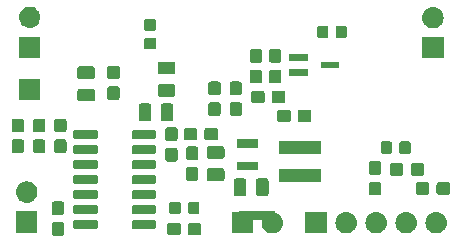
<source format=gbr>
G04 #@! TF.GenerationSoftware,KiCad,Pcbnew,(5.1.2)-2*
G04 #@! TF.CreationDate,2020-05-20T23:18:15+10:00*
G04 #@! TF.ProjectId,Heterodyne,48657465-726f-4647-996e-652e6b696361,rev?*
G04 #@! TF.SameCoordinates,Original*
G04 #@! TF.FileFunction,Soldermask,Bot*
G04 #@! TF.FilePolarity,Negative*
%FSLAX46Y46*%
G04 Gerber Fmt 4.6, Leading zero omitted, Abs format (unit mm)*
G04 Created by KiCad (PCBNEW (5.1.2)-2) date 2020-05-20 23:18:15*
%MOMM*%
%LPD*%
G04 APERTURE LIST*
%ADD10C,0.100000*%
G04 APERTURE END LIST*
D10*
G36*
X126200000Y-65900000D02*
G01*
X123200000Y-65900000D01*
X123200000Y-65300000D01*
X126200000Y-65300000D01*
X126200000Y-65900000D01*
G37*
X126200000Y-65900000D02*
X123200000Y-65900000D01*
X123200000Y-65300000D01*
X126200000Y-65300000D01*
X126200000Y-65900000D01*
G36*
X108264499Y-66203445D02*
G01*
X108301995Y-66214820D01*
X108336554Y-66233292D01*
X108366847Y-66258153D01*
X108391708Y-66288446D01*
X108410180Y-66323005D01*
X108421555Y-66360501D01*
X108426000Y-66405638D01*
X108426000Y-67144362D01*
X108421555Y-67189499D01*
X108410180Y-67226995D01*
X108391708Y-67261554D01*
X108366847Y-67291847D01*
X108336554Y-67316708D01*
X108301995Y-67335180D01*
X108264499Y-67346555D01*
X108219362Y-67351000D01*
X107580638Y-67351000D01*
X107535501Y-67346555D01*
X107498005Y-67335180D01*
X107463446Y-67316708D01*
X107433153Y-67291847D01*
X107408292Y-67261554D01*
X107389820Y-67226995D01*
X107378445Y-67189499D01*
X107374000Y-67144362D01*
X107374000Y-66405638D01*
X107378445Y-66360501D01*
X107389820Y-66323005D01*
X107408292Y-66288446D01*
X107433153Y-66258153D01*
X107463446Y-66233292D01*
X107498005Y-66214820D01*
X107535501Y-66203445D01*
X107580638Y-66199000D01*
X108219362Y-66199000D01*
X108264499Y-66203445D01*
X108264499Y-66203445D01*
G37*
G36*
X119889499Y-66278445D02*
G01*
X119926995Y-66289820D01*
X119961554Y-66308292D01*
X119991847Y-66333153D01*
X120016708Y-66363446D01*
X120035180Y-66398005D01*
X120046555Y-66435501D01*
X120051000Y-66480638D01*
X120051000Y-67119362D01*
X120046555Y-67164499D01*
X120035180Y-67201995D01*
X120016708Y-67236554D01*
X119991847Y-67266847D01*
X119961554Y-67291708D01*
X119926995Y-67310180D01*
X119889499Y-67321555D01*
X119844362Y-67326000D01*
X119105638Y-67326000D01*
X119060501Y-67321555D01*
X119023005Y-67310180D01*
X118988446Y-67291708D01*
X118958153Y-67266847D01*
X118933292Y-67236554D01*
X118914820Y-67201995D01*
X118903445Y-67164499D01*
X118899000Y-67119362D01*
X118899000Y-66480638D01*
X118903445Y-66435501D01*
X118914820Y-66398005D01*
X118933292Y-66363446D01*
X118958153Y-66333153D01*
X118988446Y-66308292D01*
X119023005Y-66289820D01*
X119060501Y-66278445D01*
X119105638Y-66274000D01*
X119844362Y-66274000D01*
X119889499Y-66278445D01*
X119889499Y-66278445D01*
G37*
G36*
X118139499Y-66278445D02*
G01*
X118176995Y-66289820D01*
X118211554Y-66308292D01*
X118241847Y-66333153D01*
X118266708Y-66363446D01*
X118285180Y-66398005D01*
X118296555Y-66435501D01*
X118301000Y-66480638D01*
X118301000Y-67119362D01*
X118296555Y-67164499D01*
X118285180Y-67201995D01*
X118266708Y-67236554D01*
X118241847Y-67266847D01*
X118211554Y-67291708D01*
X118176995Y-67310180D01*
X118139499Y-67321555D01*
X118094362Y-67326000D01*
X117355638Y-67326000D01*
X117310501Y-67321555D01*
X117273005Y-67310180D01*
X117238446Y-67291708D01*
X117208153Y-67266847D01*
X117183292Y-67236554D01*
X117164820Y-67201995D01*
X117153445Y-67164499D01*
X117149000Y-67119362D01*
X117149000Y-66480638D01*
X117153445Y-66435501D01*
X117164820Y-66398005D01*
X117183292Y-66363446D01*
X117208153Y-66333153D01*
X117238446Y-66308292D01*
X117273005Y-66289820D01*
X117310501Y-66278445D01*
X117355638Y-66274000D01*
X118094362Y-66274000D01*
X118139499Y-66278445D01*
X118139499Y-66278445D01*
G37*
G36*
X132400443Y-65355519D02*
G01*
X132466627Y-65362037D01*
X132636466Y-65413557D01*
X132636468Y-65413558D01*
X132712991Y-65454461D01*
X132792991Y-65497222D01*
X132810454Y-65511554D01*
X132930186Y-65609814D01*
X133013448Y-65711271D01*
X133042778Y-65747009D01*
X133126443Y-65903534D01*
X133177963Y-66073373D01*
X133195359Y-66250000D01*
X133177963Y-66426627D01*
X133126443Y-66596466D01*
X133042778Y-66752991D01*
X133036205Y-66761000D01*
X132930186Y-66890186D01*
X132828729Y-66973448D01*
X132792991Y-67002778D01*
X132636466Y-67086443D01*
X132466627Y-67137963D01*
X132401656Y-67144362D01*
X132334260Y-67151000D01*
X132245740Y-67151000D01*
X132178344Y-67144362D01*
X132113373Y-67137963D01*
X131943534Y-67086443D01*
X131787009Y-67002778D01*
X131751271Y-66973448D01*
X131649814Y-66890186D01*
X131543795Y-66761000D01*
X131537222Y-66752991D01*
X131453557Y-66596466D01*
X131402037Y-66426627D01*
X131384641Y-66250000D01*
X131402037Y-66073373D01*
X131453557Y-65903534D01*
X131537222Y-65747009D01*
X131566552Y-65711271D01*
X131649814Y-65609814D01*
X131769546Y-65511554D01*
X131787009Y-65497222D01*
X131867009Y-65454461D01*
X131943532Y-65413558D01*
X131943534Y-65413557D01*
X132113373Y-65362037D01*
X132179557Y-65355519D01*
X132245740Y-65349000D01*
X132334260Y-65349000D01*
X132400443Y-65355519D01*
X132400443Y-65355519D01*
G37*
G36*
X130651000Y-67151000D02*
G01*
X128849000Y-67151000D01*
X128849000Y-65349000D01*
X130651000Y-65349000D01*
X130651000Y-67151000D01*
X130651000Y-67151000D01*
G37*
G36*
X134940443Y-65355519D02*
G01*
X135006627Y-65362037D01*
X135176466Y-65413557D01*
X135176468Y-65413558D01*
X135252991Y-65454461D01*
X135332991Y-65497222D01*
X135350454Y-65511554D01*
X135470186Y-65609814D01*
X135553448Y-65711271D01*
X135582778Y-65747009D01*
X135666443Y-65903534D01*
X135717963Y-66073373D01*
X135735359Y-66250000D01*
X135717963Y-66426627D01*
X135666443Y-66596466D01*
X135582778Y-66752991D01*
X135576205Y-66761000D01*
X135470186Y-66890186D01*
X135368729Y-66973448D01*
X135332991Y-67002778D01*
X135176466Y-67086443D01*
X135006627Y-67137963D01*
X134941656Y-67144362D01*
X134874260Y-67151000D01*
X134785740Y-67151000D01*
X134718344Y-67144362D01*
X134653373Y-67137963D01*
X134483534Y-67086443D01*
X134327009Y-67002778D01*
X134291271Y-66973448D01*
X134189814Y-66890186D01*
X134083795Y-66761000D01*
X134077222Y-66752991D01*
X133993557Y-66596466D01*
X133942037Y-66426627D01*
X133924641Y-66250000D01*
X133942037Y-66073373D01*
X133993557Y-65903534D01*
X134077222Y-65747009D01*
X134106552Y-65711271D01*
X134189814Y-65609814D01*
X134309546Y-65511554D01*
X134327009Y-65497222D01*
X134407009Y-65454461D01*
X134483532Y-65413558D01*
X134483534Y-65413557D01*
X134653373Y-65362037D01*
X134719557Y-65355519D01*
X134785740Y-65349000D01*
X134874260Y-65349000D01*
X134940443Y-65355519D01*
X134940443Y-65355519D01*
G37*
G36*
X124401000Y-67151000D02*
G01*
X122599000Y-67151000D01*
X122599000Y-65349000D01*
X124401000Y-65349000D01*
X124401000Y-67151000D01*
X124401000Y-67151000D01*
G37*
G36*
X137480443Y-65355519D02*
G01*
X137546627Y-65362037D01*
X137716466Y-65413557D01*
X137716468Y-65413558D01*
X137792991Y-65454461D01*
X137872991Y-65497222D01*
X137890454Y-65511554D01*
X138010186Y-65609814D01*
X138093448Y-65711271D01*
X138122778Y-65747009D01*
X138206443Y-65903534D01*
X138257963Y-66073373D01*
X138275359Y-66250000D01*
X138257963Y-66426627D01*
X138206443Y-66596466D01*
X138122778Y-66752991D01*
X138116205Y-66761000D01*
X138010186Y-66890186D01*
X137908729Y-66973448D01*
X137872991Y-67002778D01*
X137716466Y-67086443D01*
X137546627Y-67137963D01*
X137481656Y-67144362D01*
X137414260Y-67151000D01*
X137325740Y-67151000D01*
X137258344Y-67144362D01*
X137193373Y-67137963D01*
X137023534Y-67086443D01*
X136867009Y-67002778D01*
X136831271Y-66973448D01*
X136729814Y-66890186D01*
X136623795Y-66761000D01*
X136617222Y-66752991D01*
X136533557Y-66596466D01*
X136482037Y-66426627D01*
X136464641Y-66250000D01*
X136482037Y-66073373D01*
X136533557Y-65903534D01*
X136617222Y-65747009D01*
X136646552Y-65711271D01*
X136729814Y-65609814D01*
X136849546Y-65511554D01*
X136867009Y-65497222D01*
X136947009Y-65454461D01*
X137023532Y-65413558D01*
X137023534Y-65413557D01*
X137193373Y-65362037D01*
X137259557Y-65355519D01*
X137325740Y-65349000D01*
X137414260Y-65349000D01*
X137480443Y-65355519D01*
X137480443Y-65355519D01*
G37*
G36*
X140020443Y-65355519D02*
G01*
X140086627Y-65362037D01*
X140256466Y-65413557D01*
X140256468Y-65413558D01*
X140332991Y-65454461D01*
X140412991Y-65497222D01*
X140430454Y-65511554D01*
X140550186Y-65609814D01*
X140633448Y-65711271D01*
X140662778Y-65747009D01*
X140746443Y-65903534D01*
X140797963Y-66073373D01*
X140815359Y-66250000D01*
X140797963Y-66426627D01*
X140746443Y-66596466D01*
X140662778Y-66752991D01*
X140656205Y-66761000D01*
X140550186Y-66890186D01*
X140448729Y-66973448D01*
X140412991Y-67002778D01*
X140256466Y-67086443D01*
X140086627Y-67137963D01*
X140021656Y-67144362D01*
X139954260Y-67151000D01*
X139865740Y-67151000D01*
X139798344Y-67144362D01*
X139733373Y-67137963D01*
X139563534Y-67086443D01*
X139407009Y-67002778D01*
X139371271Y-66973448D01*
X139269814Y-66890186D01*
X139163795Y-66761000D01*
X139157222Y-66752991D01*
X139073557Y-66596466D01*
X139022037Y-66426627D01*
X139004641Y-66250000D01*
X139022037Y-66073373D01*
X139073557Y-65903534D01*
X139157222Y-65747009D01*
X139186552Y-65711271D01*
X139269814Y-65609814D01*
X139389546Y-65511554D01*
X139407009Y-65497222D01*
X139487009Y-65454461D01*
X139563532Y-65413558D01*
X139563534Y-65413557D01*
X139733373Y-65362037D01*
X139799557Y-65355519D01*
X139865740Y-65349000D01*
X139954260Y-65349000D01*
X140020443Y-65355519D01*
X140020443Y-65355519D01*
G37*
G36*
X126150443Y-65355519D02*
G01*
X126216627Y-65362037D01*
X126386466Y-65413557D01*
X126386468Y-65413558D01*
X126462991Y-65454461D01*
X126542991Y-65497222D01*
X126560454Y-65511554D01*
X126680186Y-65609814D01*
X126763448Y-65711271D01*
X126792778Y-65747009D01*
X126876443Y-65903534D01*
X126927963Y-66073373D01*
X126945359Y-66250000D01*
X126927963Y-66426627D01*
X126876443Y-66596466D01*
X126792778Y-66752991D01*
X126786205Y-66761000D01*
X126680186Y-66890186D01*
X126578729Y-66973448D01*
X126542991Y-67002778D01*
X126386466Y-67086443D01*
X126216627Y-67137963D01*
X126151656Y-67144362D01*
X126084260Y-67151000D01*
X125995740Y-67151000D01*
X125928344Y-67144362D01*
X125863373Y-67137963D01*
X125693534Y-67086443D01*
X125537009Y-67002778D01*
X125501271Y-66973448D01*
X125399814Y-66890186D01*
X125293795Y-66761000D01*
X125287222Y-66752991D01*
X125203557Y-66596466D01*
X125152037Y-66426627D01*
X125134641Y-66250000D01*
X125152037Y-66073373D01*
X125203557Y-65903534D01*
X125287222Y-65747009D01*
X125316552Y-65711271D01*
X125399814Y-65609814D01*
X125519546Y-65511554D01*
X125537009Y-65497222D01*
X125617009Y-65454461D01*
X125693532Y-65413558D01*
X125693534Y-65413557D01*
X125863373Y-65362037D01*
X125929557Y-65355519D01*
X125995740Y-65349000D01*
X126084260Y-65349000D01*
X126150443Y-65355519D01*
X126150443Y-65355519D01*
G37*
G36*
X106151000Y-67101000D02*
G01*
X104349000Y-67101000D01*
X104349000Y-65299000D01*
X106151000Y-65299000D01*
X106151000Y-67101000D01*
X106151000Y-67101000D01*
G37*
G36*
X111159928Y-66061764D02*
G01*
X111181009Y-66068160D01*
X111200445Y-66078548D01*
X111217476Y-66092524D01*
X111231452Y-66109555D01*
X111241840Y-66128991D01*
X111248236Y-66150072D01*
X111251000Y-66178140D01*
X111251000Y-66641860D01*
X111248236Y-66669928D01*
X111241840Y-66691009D01*
X111231452Y-66710445D01*
X111217476Y-66727476D01*
X111200445Y-66741452D01*
X111181009Y-66751840D01*
X111159928Y-66758236D01*
X111131860Y-66761000D01*
X109318140Y-66761000D01*
X109290072Y-66758236D01*
X109268991Y-66751840D01*
X109249555Y-66741452D01*
X109232524Y-66727476D01*
X109218548Y-66710445D01*
X109208160Y-66691009D01*
X109201764Y-66669928D01*
X109199000Y-66641860D01*
X109199000Y-66178140D01*
X109201764Y-66150072D01*
X109208160Y-66128991D01*
X109218548Y-66109555D01*
X109232524Y-66092524D01*
X109249555Y-66078548D01*
X109268991Y-66068160D01*
X109290072Y-66061764D01*
X109318140Y-66059000D01*
X111131860Y-66059000D01*
X111159928Y-66061764D01*
X111159928Y-66061764D01*
G37*
G36*
X116109928Y-66061764D02*
G01*
X116131009Y-66068160D01*
X116150445Y-66078548D01*
X116167476Y-66092524D01*
X116181452Y-66109555D01*
X116191840Y-66128991D01*
X116198236Y-66150072D01*
X116201000Y-66178140D01*
X116201000Y-66641860D01*
X116198236Y-66669928D01*
X116191840Y-66691009D01*
X116181452Y-66710445D01*
X116167476Y-66727476D01*
X116150445Y-66741452D01*
X116131009Y-66751840D01*
X116109928Y-66758236D01*
X116081860Y-66761000D01*
X114268140Y-66761000D01*
X114240072Y-66758236D01*
X114218991Y-66751840D01*
X114199555Y-66741452D01*
X114182524Y-66727476D01*
X114168548Y-66710445D01*
X114158160Y-66691009D01*
X114151764Y-66669928D01*
X114149000Y-66641860D01*
X114149000Y-66178140D01*
X114151764Y-66150072D01*
X114158160Y-66128991D01*
X114168548Y-66109555D01*
X114182524Y-66092524D01*
X114199555Y-66078548D01*
X114218991Y-66068160D01*
X114240072Y-66061764D01*
X114268140Y-66059000D01*
X116081860Y-66059000D01*
X116109928Y-66061764D01*
X116109928Y-66061764D01*
G37*
G36*
X108264499Y-64453445D02*
G01*
X108301995Y-64464820D01*
X108336554Y-64483292D01*
X108366847Y-64508153D01*
X108391708Y-64538446D01*
X108410180Y-64573005D01*
X108421555Y-64610501D01*
X108426000Y-64655638D01*
X108426000Y-65394362D01*
X108421555Y-65439499D01*
X108410180Y-65476995D01*
X108391708Y-65511554D01*
X108366847Y-65541847D01*
X108336554Y-65566708D01*
X108301995Y-65585180D01*
X108264499Y-65596555D01*
X108219362Y-65601000D01*
X107580638Y-65601000D01*
X107535501Y-65596555D01*
X107498005Y-65585180D01*
X107463446Y-65566708D01*
X107433153Y-65541847D01*
X107408292Y-65511554D01*
X107389820Y-65476995D01*
X107378445Y-65439499D01*
X107374000Y-65394362D01*
X107374000Y-64655638D01*
X107378445Y-64610501D01*
X107389820Y-64573005D01*
X107408292Y-64538446D01*
X107433153Y-64508153D01*
X107463446Y-64483292D01*
X107498005Y-64464820D01*
X107535501Y-64453445D01*
X107580638Y-64449000D01*
X108219362Y-64449000D01*
X108264499Y-64453445D01*
X108264499Y-64453445D01*
G37*
G36*
X119729591Y-64478085D02*
G01*
X119763569Y-64488393D01*
X119794890Y-64505134D01*
X119822339Y-64527661D01*
X119844866Y-64555110D01*
X119861607Y-64586431D01*
X119871915Y-64620409D01*
X119876000Y-64661890D01*
X119876000Y-65338110D01*
X119871915Y-65379591D01*
X119861607Y-65413569D01*
X119844866Y-65444890D01*
X119822339Y-65472339D01*
X119794890Y-65494866D01*
X119763569Y-65511607D01*
X119729591Y-65521915D01*
X119688110Y-65526000D01*
X119086890Y-65526000D01*
X119045409Y-65521915D01*
X119011431Y-65511607D01*
X118980110Y-65494866D01*
X118952661Y-65472339D01*
X118930134Y-65444890D01*
X118913393Y-65413569D01*
X118903085Y-65379591D01*
X118899000Y-65338110D01*
X118899000Y-64661890D01*
X118903085Y-64620409D01*
X118913393Y-64586431D01*
X118930134Y-64555110D01*
X118952661Y-64527661D01*
X118980110Y-64505134D01*
X119011431Y-64488393D01*
X119045409Y-64478085D01*
X119086890Y-64474000D01*
X119688110Y-64474000D01*
X119729591Y-64478085D01*
X119729591Y-64478085D01*
G37*
G36*
X118154591Y-64478085D02*
G01*
X118188569Y-64488393D01*
X118219890Y-64505134D01*
X118247339Y-64527661D01*
X118269866Y-64555110D01*
X118286607Y-64586431D01*
X118296915Y-64620409D01*
X118301000Y-64661890D01*
X118301000Y-65338110D01*
X118296915Y-65379591D01*
X118286607Y-65413569D01*
X118269866Y-65444890D01*
X118247339Y-65472339D01*
X118219890Y-65494866D01*
X118188569Y-65511607D01*
X118154591Y-65521915D01*
X118113110Y-65526000D01*
X117511890Y-65526000D01*
X117470409Y-65521915D01*
X117436431Y-65511607D01*
X117405110Y-65494866D01*
X117377661Y-65472339D01*
X117355134Y-65444890D01*
X117338393Y-65413569D01*
X117328085Y-65379591D01*
X117324000Y-65338110D01*
X117324000Y-64661890D01*
X117328085Y-64620409D01*
X117338393Y-64586431D01*
X117355134Y-64555110D01*
X117377661Y-64527661D01*
X117405110Y-64505134D01*
X117436431Y-64488393D01*
X117470409Y-64478085D01*
X117511890Y-64474000D01*
X118113110Y-64474000D01*
X118154591Y-64478085D01*
X118154591Y-64478085D01*
G37*
G36*
X111159928Y-64791764D02*
G01*
X111181009Y-64798160D01*
X111200445Y-64808548D01*
X111217476Y-64822524D01*
X111231452Y-64839555D01*
X111241840Y-64858991D01*
X111248236Y-64880072D01*
X111251000Y-64908140D01*
X111251000Y-65371860D01*
X111248236Y-65399928D01*
X111241840Y-65421009D01*
X111231452Y-65440445D01*
X111217476Y-65457476D01*
X111200445Y-65471452D01*
X111181009Y-65481840D01*
X111159928Y-65488236D01*
X111131860Y-65491000D01*
X109318140Y-65491000D01*
X109290072Y-65488236D01*
X109268991Y-65481840D01*
X109249555Y-65471452D01*
X109232524Y-65457476D01*
X109218548Y-65440445D01*
X109208160Y-65421009D01*
X109201764Y-65399928D01*
X109199000Y-65371860D01*
X109199000Y-64908140D01*
X109201764Y-64880072D01*
X109208160Y-64858991D01*
X109218548Y-64839555D01*
X109232524Y-64822524D01*
X109249555Y-64808548D01*
X109268991Y-64798160D01*
X109290072Y-64791764D01*
X109318140Y-64789000D01*
X111131860Y-64789000D01*
X111159928Y-64791764D01*
X111159928Y-64791764D01*
G37*
G36*
X116109928Y-64791764D02*
G01*
X116131009Y-64798160D01*
X116150445Y-64808548D01*
X116167476Y-64822524D01*
X116181452Y-64839555D01*
X116191840Y-64858991D01*
X116198236Y-64880072D01*
X116201000Y-64908140D01*
X116201000Y-65371860D01*
X116198236Y-65399928D01*
X116191840Y-65421009D01*
X116181452Y-65440445D01*
X116167476Y-65457476D01*
X116150445Y-65471452D01*
X116131009Y-65481840D01*
X116109928Y-65488236D01*
X116081860Y-65491000D01*
X114268140Y-65491000D01*
X114240072Y-65488236D01*
X114218991Y-65481840D01*
X114199555Y-65471452D01*
X114182524Y-65457476D01*
X114168548Y-65440445D01*
X114158160Y-65421009D01*
X114151764Y-65399928D01*
X114149000Y-65371860D01*
X114149000Y-64908140D01*
X114151764Y-64880072D01*
X114158160Y-64858991D01*
X114168548Y-64839555D01*
X114182524Y-64822524D01*
X114199555Y-64808548D01*
X114218991Y-64798160D01*
X114240072Y-64791764D01*
X114268140Y-64789000D01*
X116081860Y-64789000D01*
X116109928Y-64791764D01*
X116109928Y-64791764D01*
G37*
G36*
X105360443Y-62765519D02*
G01*
X105426627Y-62772037D01*
X105596466Y-62823557D01*
X105596468Y-62823558D01*
X105605611Y-62828445D01*
X105752991Y-62907222D01*
X105782515Y-62931452D01*
X105890186Y-63019814D01*
X105945323Y-63087000D01*
X106002778Y-63157009D01*
X106086443Y-63313534D01*
X106137963Y-63483373D01*
X106155359Y-63660000D01*
X106137963Y-63836627D01*
X106086443Y-64006466D01*
X106002778Y-64162991D01*
X105979444Y-64191423D01*
X105890186Y-64300186D01*
X105788729Y-64383448D01*
X105752991Y-64412778D01*
X105596466Y-64496443D01*
X105426627Y-64547963D01*
X105360442Y-64554482D01*
X105294260Y-64561000D01*
X105205740Y-64561000D01*
X105139558Y-64554482D01*
X105073373Y-64547963D01*
X104903534Y-64496443D01*
X104747009Y-64412778D01*
X104711271Y-64383448D01*
X104609814Y-64300186D01*
X104520556Y-64191423D01*
X104497222Y-64162991D01*
X104413557Y-64006466D01*
X104362037Y-63836627D01*
X104344641Y-63660000D01*
X104362037Y-63483373D01*
X104413557Y-63313534D01*
X104497222Y-63157009D01*
X104554677Y-63087000D01*
X104609814Y-63019814D01*
X104717485Y-62931452D01*
X104747009Y-62907222D01*
X104894389Y-62828445D01*
X104903532Y-62823558D01*
X104903534Y-62823557D01*
X105073373Y-62772037D01*
X105139557Y-62765519D01*
X105205740Y-62759000D01*
X105294260Y-62759000D01*
X105360443Y-62765519D01*
X105360443Y-62765519D01*
G37*
G36*
X111159928Y-63521764D02*
G01*
X111181009Y-63528160D01*
X111200445Y-63538548D01*
X111217476Y-63552524D01*
X111231452Y-63569555D01*
X111241840Y-63588991D01*
X111248236Y-63610072D01*
X111251000Y-63638140D01*
X111251000Y-64101860D01*
X111248236Y-64129928D01*
X111241840Y-64151009D01*
X111231452Y-64170445D01*
X111217476Y-64187476D01*
X111200445Y-64201452D01*
X111181009Y-64211840D01*
X111159928Y-64218236D01*
X111131860Y-64221000D01*
X109318140Y-64221000D01*
X109290072Y-64218236D01*
X109268991Y-64211840D01*
X109249555Y-64201452D01*
X109232524Y-64187476D01*
X109218548Y-64170445D01*
X109208160Y-64151009D01*
X109201764Y-64129928D01*
X109199000Y-64101860D01*
X109199000Y-63638140D01*
X109201764Y-63610072D01*
X109208160Y-63588991D01*
X109218548Y-63569555D01*
X109232524Y-63552524D01*
X109249555Y-63538548D01*
X109268991Y-63528160D01*
X109290072Y-63521764D01*
X109318140Y-63519000D01*
X111131860Y-63519000D01*
X111159928Y-63521764D01*
X111159928Y-63521764D01*
G37*
G36*
X116109928Y-63521764D02*
G01*
X116131009Y-63528160D01*
X116150445Y-63538548D01*
X116167476Y-63552524D01*
X116181452Y-63569555D01*
X116191840Y-63588991D01*
X116198236Y-63610072D01*
X116201000Y-63638140D01*
X116201000Y-64101860D01*
X116198236Y-64129928D01*
X116191840Y-64151009D01*
X116181452Y-64170445D01*
X116167476Y-64187476D01*
X116150445Y-64201452D01*
X116131009Y-64211840D01*
X116109928Y-64218236D01*
X116081860Y-64221000D01*
X114268140Y-64221000D01*
X114240072Y-64218236D01*
X114218991Y-64211840D01*
X114199555Y-64201452D01*
X114182524Y-64187476D01*
X114168548Y-64170445D01*
X114158160Y-64151009D01*
X114151764Y-64129928D01*
X114149000Y-64101860D01*
X114149000Y-63638140D01*
X114151764Y-63610072D01*
X114158160Y-63588991D01*
X114168548Y-63569555D01*
X114182524Y-63552524D01*
X114199555Y-63538548D01*
X114218991Y-63528160D01*
X114240072Y-63521764D01*
X114268140Y-63519000D01*
X116081860Y-63519000D01*
X116109928Y-63521764D01*
X116109928Y-63521764D01*
G37*
G36*
X123684468Y-62503565D02*
G01*
X123723138Y-62515296D01*
X123758777Y-62534346D01*
X123790017Y-62559983D01*
X123815654Y-62591223D01*
X123834704Y-62626862D01*
X123846435Y-62665532D01*
X123851000Y-62711888D01*
X123851000Y-63788112D01*
X123846435Y-63834468D01*
X123834704Y-63873138D01*
X123815654Y-63908777D01*
X123790017Y-63940017D01*
X123758777Y-63965654D01*
X123723138Y-63984704D01*
X123684468Y-63996435D01*
X123638112Y-64001000D01*
X122986888Y-64001000D01*
X122940532Y-63996435D01*
X122901862Y-63984704D01*
X122866223Y-63965654D01*
X122834983Y-63940017D01*
X122809346Y-63908777D01*
X122790296Y-63873138D01*
X122778565Y-63834468D01*
X122774000Y-63788112D01*
X122774000Y-62711888D01*
X122778565Y-62665532D01*
X122790296Y-62626862D01*
X122809346Y-62591223D01*
X122834983Y-62559983D01*
X122866223Y-62534346D01*
X122901862Y-62515296D01*
X122940532Y-62503565D01*
X122986888Y-62499000D01*
X123638112Y-62499000D01*
X123684468Y-62503565D01*
X123684468Y-62503565D01*
G37*
G36*
X125559468Y-62503565D02*
G01*
X125598138Y-62515296D01*
X125633777Y-62534346D01*
X125665017Y-62559983D01*
X125690654Y-62591223D01*
X125709704Y-62626862D01*
X125721435Y-62665532D01*
X125726000Y-62711888D01*
X125726000Y-63788112D01*
X125721435Y-63834468D01*
X125709704Y-63873138D01*
X125690654Y-63908777D01*
X125665017Y-63940017D01*
X125633777Y-63965654D01*
X125598138Y-63984704D01*
X125559468Y-63996435D01*
X125513112Y-64001000D01*
X124861888Y-64001000D01*
X124815532Y-63996435D01*
X124776862Y-63984704D01*
X124741223Y-63965654D01*
X124709983Y-63940017D01*
X124684346Y-63908777D01*
X124665296Y-63873138D01*
X124653565Y-63834468D01*
X124649000Y-63788112D01*
X124649000Y-62711888D01*
X124653565Y-62665532D01*
X124665296Y-62626862D01*
X124684346Y-62591223D01*
X124709983Y-62559983D01*
X124741223Y-62534346D01*
X124776862Y-62515296D01*
X124815532Y-62503565D01*
X124861888Y-62499000D01*
X125513112Y-62499000D01*
X125559468Y-62503565D01*
X125559468Y-62503565D01*
G37*
G36*
X135114499Y-62803445D02*
G01*
X135151995Y-62814820D01*
X135186554Y-62833292D01*
X135216847Y-62858153D01*
X135241708Y-62888446D01*
X135260180Y-62923005D01*
X135271555Y-62960501D01*
X135276000Y-63005638D01*
X135276000Y-63744362D01*
X135271555Y-63789499D01*
X135260180Y-63826995D01*
X135241708Y-63861554D01*
X135216847Y-63891847D01*
X135186554Y-63916708D01*
X135151995Y-63935180D01*
X135114499Y-63946555D01*
X135069362Y-63951000D01*
X134430638Y-63951000D01*
X134385501Y-63946555D01*
X134348005Y-63935180D01*
X134313446Y-63916708D01*
X134283153Y-63891847D01*
X134258292Y-63861554D01*
X134239820Y-63826995D01*
X134228445Y-63789499D01*
X134224000Y-63744362D01*
X134224000Y-63005638D01*
X134228445Y-62960501D01*
X134239820Y-62923005D01*
X134258292Y-62888446D01*
X134283153Y-62858153D01*
X134313446Y-62833292D01*
X134348005Y-62814820D01*
X134385501Y-62803445D01*
X134430638Y-62799000D01*
X135069362Y-62799000D01*
X135114499Y-62803445D01*
X135114499Y-62803445D01*
G37*
G36*
X139189499Y-62828445D02*
G01*
X139226995Y-62839820D01*
X139261554Y-62858292D01*
X139291847Y-62883153D01*
X139316708Y-62913446D01*
X139335180Y-62948005D01*
X139346555Y-62985501D01*
X139351000Y-63030638D01*
X139351000Y-63669362D01*
X139346555Y-63714499D01*
X139335180Y-63751995D01*
X139316708Y-63786554D01*
X139291847Y-63816847D01*
X139261554Y-63841708D01*
X139226995Y-63860180D01*
X139189499Y-63871555D01*
X139144362Y-63876000D01*
X138405638Y-63876000D01*
X138360501Y-63871555D01*
X138323005Y-63860180D01*
X138288446Y-63841708D01*
X138258153Y-63816847D01*
X138233292Y-63786554D01*
X138214820Y-63751995D01*
X138203445Y-63714499D01*
X138199000Y-63669362D01*
X138199000Y-63030638D01*
X138203445Y-62985501D01*
X138214820Y-62948005D01*
X138233292Y-62913446D01*
X138258153Y-62883153D01*
X138288446Y-62858292D01*
X138323005Y-62839820D01*
X138360501Y-62828445D01*
X138405638Y-62824000D01*
X139144362Y-62824000D01*
X139189499Y-62828445D01*
X139189499Y-62828445D01*
G37*
G36*
X140939499Y-62828445D02*
G01*
X140976995Y-62839820D01*
X141011554Y-62858292D01*
X141041847Y-62883153D01*
X141066708Y-62913446D01*
X141085180Y-62948005D01*
X141096555Y-62985501D01*
X141101000Y-63030638D01*
X141101000Y-63669362D01*
X141096555Y-63714499D01*
X141085180Y-63751995D01*
X141066708Y-63786554D01*
X141041847Y-63816847D01*
X141011554Y-63841708D01*
X140976995Y-63860180D01*
X140939499Y-63871555D01*
X140894362Y-63876000D01*
X140155638Y-63876000D01*
X140110501Y-63871555D01*
X140073005Y-63860180D01*
X140038446Y-63841708D01*
X140008153Y-63816847D01*
X139983292Y-63786554D01*
X139964820Y-63751995D01*
X139953445Y-63714499D01*
X139949000Y-63669362D01*
X139949000Y-63030638D01*
X139953445Y-62985501D01*
X139964820Y-62948005D01*
X139983292Y-62913446D01*
X140008153Y-62883153D01*
X140038446Y-62858292D01*
X140073005Y-62839820D01*
X140110501Y-62828445D01*
X140155638Y-62824000D01*
X140894362Y-62824000D01*
X140939499Y-62828445D01*
X140939499Y-62828445D01*
G37*
G36*
X116109928Y-62251764D02*
G01*
X116131009Y-62258160D01*
X116150445Y-62268548D01*
X116167476Y-62282524D01*
X116181452Y-62299555D01*
X116191840Y-62318991D01*
X116198236Y-62340072D01*
X116201000Y-62368140D01*
X116201000Y-62831860D01*
X116198236Y-62859928D01*
X116191840Y-62881009D01*
X116181452Y-62900445D01*
X116167476Y-62917476D01*
X116150445Y-62931452D01*
X116131009Y-62941840D01*
X116109928Y-62948236D01*
X116081860Y-62951000D01*
X114268140Y-62951000D01*
X114240072Y-62948236D01*
X114218991Y-62941840D01*
X114199555Y-62931452D01*
X114182524Y-62917476D01*
X114168548Y-62900445D01*
X114158160Y-62881009D01*
X114151764Y-62859928D01*
X114149000Y-62831860D01*
X114149000Y-62368140D01*
X114151764Y-62340072D01*
X114158160Y-62318991D01*
X114168548Y-62299555D01*
X114182524Y-62282524D01*
X114199555Y-62268548D01*
X114218991Y-62258160D01*
X114240072Y-62251764D01*
X114268140Y-62249000D01*
X116081860Y-62249000D01*
X116109928Y-62251764D01*
X116109928Y-62251764D01*
G37*
G36*
X111159928Y-62251764D02*
G01*
X111181009Y-62258160D01*
X111200445Y-62268548D01*
X111217476Y-62282524D01*
X111231452Y-62299555D01*
X111241840Y-62318991D01*
X111248236Y-62340072D01*
X111251000Y-62368140D01*
X111251000Y-62831860D01*
X111248236Y-62859928D01*
X111241840Y-62881009D01*
X111231452Y-62900445D01*
X111217476Y-62917476D01*
X111200445Y-62931452D01*
X111181009Y-62941840D01*
X111159928Y-62948236D01*
X111131860Y-62951000D01*
X109318140Y-62951000D01*
X109290072Y-62948236D01*
X109268991Y-62941840D01*
X109249555Y-62931452D01*
X109232524Y-62917476D01*
X109218548Y-62900445D01*
X109208160Y-62881009D01*
X109201764Y-62859928D01*
X109199000Y-62831860D01*
X109199000Y-62368140D01*
X109201764Y-62340072D01*
X109208160Y-62318991D01*
X109218548Y-62299555D01*
X109232524Y-62282524D01*
X109249555Y-62268548D01*
X109268991Y-62258160D01*
X109290072Y-62251764D01*
X109318140Y-62249000D01*
X111131860Y-62249000D01*
X111159928Y-62251764D01*
X111159928Y-62251764D01*
G37*
G36*
X130151000Y-62826000D02*
G01*
X126649000Y-62826000D01*
X126649000Y-61744000D01*
X130151000Y-61744000D01*
X130151000Y-62826000D01*
X130151000Y-62826000D01*
G37*
G36*
X121834468Y-61653565D02*
G01*
X121873138Y-61665296D01*
X121908777Y-61684346D01*
X121940017Y-61709983D01*
X121965654Y-61741223D01*
X121984704Y-61776862D01*
X121996435Y-61815532D01*
X122001000Y-61861888D01*
X122001000Y-62513112D01*
X121996435Y-62559468D01*
X121984704Y-62598138D01*
X121965654Y-62633777D01*
X121940017Y-62665017D01*
X121908777Y-62690654D01*
X121873138Y-62709704D01*
X121834468Y-62721435D01*
X121788112Y-62726000D01*
X120711888Y-62726000D01*
X120665532Y-62721435D01*
X120626862Y-62709704D01*
X120591223Y-62690654D01*
X120559983Y-62665017D01*
X120534346Y-62633777D01*
X120515296Y-62598138D01*
X120503565Y-62559468D01*
X120499000Y-62513112D01*
X120499000Y-61861888D01*
X120503565Y-61815532D01*
X120515296Y-61776862D01*
X120534346Y-61741223D01*
X120559983Y-61709983D01*
X120591223Y-61684346D01*
X120626862Y-61665296D01*
X120665532Y-61653565D01*
X120711888Y-61649000D01*
X121788112Y-61649000D01*
X121834468Y-61653565D01*
X121834468Y-61653565D01*
G37*
G36*
X119614499Y-61553445D02*
G01*
X119651995Y-61564820D01*
X119686554Y-61583292D01*
X119716847Y-61608153D01*
X119741708Y-61638446D01*
X119760180Y-61673005D01*
X119771555Y-61710501D01*
X119776000Y-61755638D01*
X119776000Y-62494362D01*
X119771555Y-62539499D01*
X119760180Y-62576995D01*
X119741708Y-62611554D01*
X119716847Y-62641847D01*
X119686554Y-62666708D01*
X119651995Y-62685180D01*
X119614499Y-62696555D01*
X119569362Y-62701000D01*
X118930638Y-62701000D01*
X118885501Y-62696555D01*
X118848005Y-62685180D01*
X118813446Y-62666708D01*
X118783153Y-62641847D01*
X118758292Y-62611554D01*
X118739820Y-62576995D01*
X118728445Y-62539499D01*
X118724000Y-62494362D01*
X118724000Y-61755638D01*
X118728445Y-61710501D01*
X118739820Y-61673005D01*
X118758292Y-61638446D01*
X118783153Y-61608153D01*
X118813446Y-61583292D01*
X118848005Y-61564820D01*
X118885501Y-61553445D01*
X118930638Y-61549000D01*
X119569362Y-61549000D01*
X119614499Y-61553445D01*
X119614499Y-61553445D01*
G37*
G36*
X138739499Y-61228445D02*
G01*
X138776995Y-61239820D01*
X138811554Y-61258292D01*
X138841847Y-61283153D01*
X138866708Y-61313446D01*
X138885180Y-61348005D01*
X138896555Y-61385501D01*
X138901000Y-61430638D01*
X138901000Y-62069362D01*
X138896555Y-62114499D01*
X138885180Y-62151995D01*
X138866708Y-62186554D01*
X138841847Y-62216847D01*
X138811554Y-62241708D01*
X138776995Y-62260180D01*
X138739499Y-62271555D01*
X138694362Y-62276000D01*
X137955638Y-62276000D01*
X137910501Y-62271555D01*
X137873005Y-62260180D01*
X137838446Y-62241708D01*
X137808153Y-62216847D01*
X137783292Y-62186554D01*
X137764820Y-62151995D01*
X137753445Y-62114499D01*
X137749000Y-62069362D01*
X137749000Y-61430638D01*
X137753445Y-61385501D01*
X137764820Y-61348005D01*
X137783292Y-61313446D01*
X137808153Y-61283153D01*
X137838446Y-61258292D01*
X137873005Y-61239820D01*
X137910501Y-61228445D01*
X137955638Y-61224000D01*
X138694362Y-61224000D01*
X138739499Y-61228445D01*
X138739499Y-61228445D01*
G37*
G36*
X136989499Y-61228445D02*
G01*
X137026995Y-61239820D01*
X137061554Y-61258292D01*
X137091847Y-61283153D01*
X137116708Y-61313446D01*
X137135180Y-61348005D01*
X137146555Y-61385501D01*
X137151000Y-61430638D01*
X137151000Y-62069362D01*
X137146555Y-62114499D01*
X137135180Y-62151995D01*
X137116708Y-62186554D01*
X137091847Y-62216847D01*
X137061554Y-62241708D01*
X137026995Y-62260180D01*
X136989499Y-62271555D01*
X136944362Y-62276000D01*
X136205638Y-62276000D01*
X136160501Y-62271555D01*
X136123005Y-62260180D01*
X136088446Y-62241708D01*
X136058153Y-62216847D01*
X136033292Y-62186554D01*
X136014820Y-62151995D01*
X136003445Y-62114499D01*
X135999000Y-62069362D01*
X135999000Y-61430638D01*
X136003445Y-61385501D01*
X136014820Y-61348005D01*
X136033292Y-61313446D01*
X136058153Y-61283153D01*
X136088446Y-61258292D01*
X136123005Y-61239820D01*
X136160501Y-61228445D01*
X136205638Y-61224000D01*
X136944362Y-61224000D01*
X136989499Y-61228445D01*
X136989499Y-61228445D01*
G37*
G36*
X135114499Y-61053445D02*
G01*
X135151995Y-61064820D01*
X135186554Y-61083292D01*
X135216847Y-61108153D01*
X135241708Y-61138446D01*
X135260180Y-61173005D01*
X135271555Y-61210501D01*
X135276000Y-61255638D01*
X135276000Y-61994362D01*
X135271555Y-62039499D01*
X135260180Y-62076995D01*
X135241708Y-62111554D01*
X135216847Y-62141847D01*
X135186554Y-62166708D01*
X135151995Y-62185180D01*
X135114499Y-62196555D01*
X135069362Y-62201000D01*
X134430638Y-62201000D01*
X134385501Y-62196555D01*
X134348005Y-62185180D01*
X134313446Y-62166708D01*
X134283153Y-62141847D01*
X134258292Y-62111554D01*
X134239820Y-62076995D01*
X134228445Y-62039499D01*
X134224000Y-61994362D01*
X134224000Y-61255638D01*
X134228445Y-61210501D01*
X134239820Y-61173005D01*
X134258292Y-61138446D01*
X134283153Y-61108153D01*
X134313446Y-61083292D01*
X134348005Y-61064820D01*
X134385501Y-61053445D01*
X134430638Y-61049000D01*
X135069362Y-61049000D01*
X135114499Y-61053445D01*
X135114499Y-61053445D01*
G37*
G36*
X124851000Y-61826000D02*
G01*
X123049000Y-61826000D01*
X123049000Y-61074000D01*
X124851000Y-61074000D01*
X124851000Y-61826000D01*
X124851000Y-61826000D01*
G37*
G36*
X116109928Y-60981764D02*
G01*
X116131009Y-60988160D01*
X116150445Y-60998548D01*
X116167476Y-61012524D01*
X116181452Y-61029555D01*
X116191840Y-61048991D01*
X116198236Y-61070072D01*
X116201000Y-61098140D01*
X116201000Y-61561860D01*
X116198236Y-61589928D01*
X116191840Y-61611009D01*
X116181452Y-61630445D01*
X116167476Y-61647476D01*
X116150445Y-61661452D01*
X116131009Y-61671840D01*
X116109928Y-61678236D01*
X116081860Y-61681000D01*
X114268140Y-61681000D01*
X114240072Y-61678236D01*
X114218991Y-61671840D01*
X114199555Y-61661452D01*
X114182524Y-61647476D01*
X114168548Y-61630445D01*
X114158160Y-61611009D01*
X114151764Y-61589928D01*
X114149000Y-61561860D01*
X114149000Y-61098140D01*
X114151764Y-61070072D01*
X114158160Y-61048991D01*
X114168548Y-61029555D01*
X114182524Y-61012524D01*
X114199555Y-60998548D01*
X114218991Y-60988160D01*
X114240072Y-60981764D01*
X114268140Y-60979000D01*
X116081860Y-60979000D01*
X116109928Y-60981764D01*
X116109928Y-60981764D01*
G37*
G36*
X111159928Y-60981764D02*
G01*
X111181009Y-60988160D01*
X111200445Y-60998548D01*
X111217476Y-61012524D01*
X111231452Y-61029555D01*
X111241840Y-61048991D01*
X111248236Y-61070072D01*
X111251000Y-61098140D01*
X111251000Y-61561860D01*
X111248236Y-61589928D01*
X111241840Y-61611009D01*
X111231452Y-61630445D01*
X111217476Y-61647476D01*
X111200445Y-61661452D01*
X111181009Y-61671840D01*
X111159928Y-61678236D01*
X111131860Y-61681000D01*
X109318140Y-61681000D01*
X109290072Y-61678236D01*
X109268991Y-61671840D01*
X109249555Y-61661452D01*
X109232524Y-61647476D01*
X109218548Y-61630445D01*
X109208160Y-61611009D01*
X109201764Y-61589928D01*
X109199000Y-61561860D01*
X109199000Y-61098140D01*
X109201764Y-61070072D01*
X109208160Y-61048991D01*
X109218548Y-61029555D01*
X109232524Y-61012524D01*
X109249555Y-60998548D01*
X109268991Y-60988160D01*
X109290072Y-60981764D01*
X109318140Y-60979000D01*
X111131860Y-60979000D01*
X111159928Y-60981764D01*
X111159928Y-60981764D01*
G37*
G36*
X117864499Y-59928445D02*
G01*
X117901995Y-59939820D01*
X117936554Y-59958292D01*
X117966847Y-59983153D01*
X117991708Y-60013446D01*
X118010180Y-60048005D01*
X118021555Y-60085501D01*
X118026000Y-60130638D01*
X118026000Y-60869362D01*
X118021555Y-60914499D01*
X118010180Y-60951995D01*
X117991708Y-60986554D01*
X117966847Y-61016847D01*
X117936554Y-61041708D01*
X117901995Y-61060180D01*
X117864499Y-61071555D01*
X117819362Y-61076000D01*
X117180638Y-61076000D01*
X117135501Y-61071555D01*
X117098005Y-61060180D01*
X117063446Y-61041708D01*
X117033153Y-61016847D01*
X117008292Y-60986554D01*
X116989820Y-60951995D01*
X116978445Y-60914499D01*
X116974000Y-60869362D01*
X116974000Y-60130638D01*
X116978445Y-60085501D01*
X116989820Y-60048005D01*
X117008292Y-60013446D01*
X117033153Y-59983153D01*
X117063446Y-59958292D01*
X117098005Y-59939820D01*
X117135501Y-59928445D01*
X117180638Y-59924000D01*
X117819362Y-59924000D01*
X117864499Y-59928445D01*
X117864499Y-59928445D01*
G37*
G36*
X119614499Y-59803445D02*
G01*
X119651995Y-59814820D01*
X119686554Y-59833292D01*
X119716847Y-59858153D01*
X119741708Y-59888446D01*
X119760180Y-59923005D01*
X119771555Y-59960501D01*
X119776000Y-60005638D01*
X119776000Y-60744362D01*
X119771555Y-60789499D01*
X119760180Y-60826995D01*
X119741708Y-60861554D01*
X119716847Y-60891847D01*
X119686554Y-60916708D01*
X119651995Y-60935180D01*
X119614499Y-60946555D01*
X119569362Y-60951000D01*
X118930638Y-60951000D01*
X118885501Y-60946555D01*
X118848005Y-60935180D01*
X118813446Y-60916708D01*
X118783153Y-60891847D01*
X118758292Y-60861554D01*
X118739820Y-60826995D01*
X118728445Y-60789499D01*
X118724000Y-60744362D01*
X118724000Y-60005638D01*
X118728445Y-59960501D01*
X118739820Y-59923005D01*
X118758292Y-59888446D01*
X118783153Y-59858153D01*
X118813446Y-59833292D01*
X118848005Y-59814820D01*
X118885501Y-59803445D01*
X118930638Y-59799000D01*
X119569362Y-59799000D01*
X119614499Y-59803445D01*
X119614499Y-59803445D01*
G37*
G36*
X121834468Y-59778565D02*
G01*
X121873138Y-59790296D01*
X121908777Y-59809346D01*
X121940017Y-59834983D01*
X121965654Y-59866223D01*
X121984704Y-59901862D01*
X121996435Y-59940532D01*
X122001000Y-59986888D01*
X122001000Y-60638112D01*
X121996435Y-60684468D01*
X121984704Y-60723138D01*
X121965654Y-60758777D01*
X121940017Y-60790017D01*
X121908777Y-60815654D01*
X121873138Y-60834704D01*
X121834468Y-60846435D01*
X121788112Y-60851000D01*
X120711888Y-60851000D01*
X120665532Y-60846435D01*
X120626862Y-60834704D01*
X120591223Y-60815654D01*
X120559983Y-60790017D01*
X120534346Y-60758777D01*
X120515296Y-60723138D01*
X120503565Y-60684468D01*
X120499000Y-60638112D01*
X120499000Y-59986888D01*
X120503565Y-59940532D01*
X120515296Y-59901862D01*
X120534346Y-59866223D01*
X120559983Y-59834983D01*
X120591223Y-59809346D01*
X120626862Y-59790296D01*
X120665532Y-59778565D01*
X120711888Y-59774000D01*
X121788112Y-59774000D01*
X121834468Y-59778565D01*
X121834468Y-59778565D01*
G37*
G36*
X130151000Y-60456000D02*
G01*
X126649000Y-60456000D01*
X126649000Y-59374000D01*
X130151000Y-59374000D01*
X130151000Y-60456000D01*
X130151000Y-60456000D01*
G37*
G36*
X136054591Y-59378085D02*
G01*
X136088569Y-59388393D01*
X136119890Y-59405134D01*
X136147339Y-59427661D01*
X136169866Y-59455110D01*
X136186607Y-59486431D01*
X136196915Y-59520409D01*
X136201000Y-59561890D01*
X136201000Y-60238110D01*
X136196915Y-60279591D01*
X136186607Y-60313569D01*
X136169866Y-60344890D01*
X136147339Y-60372339D01*
X136119890Y-60394866D01*
X136088569Y-60411607D01*
X136054591Y-60421915D01*
X136013110Y-60426000D01*
X135411890Y-60426000D01*
X135370409Y-60421915D01*
X135336431Y-60411607D01*
X135305110Y-60394866D01*
X135277661Y-60372339D01*
X135255134Y-60344890D01*
X135238393Y-60313569D01*
X135228085Y-60279591D01*
X135224000Y-60238110D01*
X135224000Y-59561890D01*
X135228085Y-59520409D01*
X135238393Y-59486431D01*
X135255134Y-59455110D01*
X135277661Y-59427661D01*
X135305110Y-59405134D01*
X135336431Y-59388393D01*
X135370409Y-59378085D01*
X135411890Y-59374000D01*
X136013110Y-59374000D01*
X136054591Y-59378085D01*
X136054591Y-59378085D01*
G37*
G36*
X137629591Y-59378085D02*
G01*
X137663569Y-59388393D01*
X137694890Y-59405134D01*
X137722339Y-59427661D01*
X137744866Y-59455110D01*
X137761607Y-59486431D01*
X137771915Y-59520409D01*
X137776000Y-59561890D01*
X137776000Y-60238110D01*
X137771915Y-60279591D01*
X137761607Y-60313569D01*
X137744866Y-60344890D01*
X137722339Y-60372339D01*
X137694890Y-60394866D01*
X137663569Y-60411607D01*
X137629591Y-60421915D01*
X137588110Y-60426000D01*
X136986890Y-60426000D01*
X136945409Y-60421915D01*
X136911431Y-60411607D01*
X136880110Y-60394866D01*
X136852661Y-60372339D01*
X136830134Y-60344890D01*
X136813393Y-60313569D01*
X136803085Y-60279591D01*
X136799000Y-60238110D01*
X136799000Y-59561890D01*
X136803085Y-59520409D01*
X136813393Y-59486431D01*
X136830134Y-59455110D01*
X136852661Y-59427661D01*
X136880110Y-59405134D01*
X136911431Y-59388393D01*
X136945409Y-59378085D01*
X136986890Y-59374000D01*
X137588110Y-59374000D01*
X137629591Y-59378085D01*
X137629591Y-59378085D01*
G37*
G36*
X116109928Y-59711764D02*
G01*
X116131009Y-59718160D01*
X116150445Y-59728548D01*
X116167476Y-59742524D01*
X116181452Y-59759555D01*
X116191840Y-59778991D01*
X116198236Y-59800072D01*
X116201000Y-59828140D01*
X116201000Y-60291860D01*
X116198236Y-60319928D01*
X116191840Y-60341009D01*
X116181452Y-60360445D01*
X116167476Y-60377476D01*
X116150445Y-60391452D01*
X116131009Y-60401840D01*
X116109928Y-60408236D01*
X116081860Y-60411000D01*
X114268140Y-60411000D01*
X114240072Y-60408236D01*
X114218991Y-60401840D01*
X114199555Y-60391452D01*
X114182524Y-60377476D01*
X114168548Y-60360445D01*
X114158160Y-60341009D01*
X114151764Y-60319928D01*
X114149000Y-60291860D01*
X114149000Y-59828140D01*
X114151764Y-59800072D01*
X114158160Y-59778991D01*
X114168548Y-59759555D01*
X114182524Y-59742524D01*
X114199555Y-59728548D01*
X114218991Y-59718160D01*
X114240072Y-59711764D01*
X114268140Y-59709000D01*
X116081860Y-59709000D01*
X116109928Y-59711764D01*
X116109928Y-59711764D01*
G37*
G36*
X111159928Y-59711764D02*
G01*
X111181009Y-59718160D01*
X111200445Y-59728548D01*
X111217476Y-59742524D01*
X111231452Y-59759555D01*
X111241840Y-59778991D01*
X111248236Y-59800072D01*
X111251000Y-59828140D01*
X111251000Y-60291860D01*
X111248236Y-60319928D01*
X111241840Y-60341009D01*
X111231452Y-60360445D01*
X111217476Y-60377476D01*
X111200445Y-60391452D01*
X111181009Y-60401840D01*
X111159928Y-60408236D01*
X111131860Y-60411000D01*
X109318140Y-60411000D01*
X109290072Y-60408236D01*
X109268991Y-60401840D01*
X109249555Y-60391452D01*
X109232524Y-60377476D01*
X109218548Y-60360445D01*
X109208160Y-60341009D01*
X109201764Y-60319928D01*
X109199000Y-60291860D01*
X109199000Y-59828140D01*
X109201764Y-59800072D01*
X109208160Y-59778991D01*
X109218548Y-59759555D01*
X109232524Y-59742524D01*
X109249555Y-59728548D01*
X109268991Y-59718160D01*
X109290072Y-59711764D01*
X109318140Y-59709000D01*
X111131860Y-59709000D01*
X111159928Y-59711764D01*
X111159928Y-59711764D01*
G37*
G36*
X106664499Y-59203445D02*
G01*
X106701995Y-59214820D01*
X106736554Y-59233292D01*
X106766847Y-59258153D01*
X106791708Y-59288446D01*
X106810180Y-59323005D01*
X106821555Y-59360501D01*
X106826000Y-59405638D01*
X106826000Y-60144362D01*
X106821555Y-60189499D01*
X106810180Y-60226995D01*
X106791708Y-60261554D01*
X106766847Y-60291847D01*
X106736554Y-60316708D01*
X106701995Y-60335180D01*
X106664499Y-60346555D01*
X106619362Y-60351000D01*
X105980638Y-60351000D01*
X105935501Y-60346555D01*
X105898005Y-60335180D01*
X105863446Y-60316708D01*
X105833153Y-60291847D01*
X105808292Y-60261554D01*
X105789820Y-60226995D01*
X105778445Y-60189499D01*
X105774000Y-60144362D01*
X105774000Y-59405638D01*
X105778445Y-59360501D01*
X105789820Y-59323005D01*
X105808292Y-59288446D01*
X105833153Y-59258153D01*
X105863446Y-59233292D01*
X105898005Y-59214820D01*
X105935501Y-59203445D01*
X105980638Y-59199000D01*
X106619362Y-59199000D01*
X106664499Y-59203445D01*
X106664499Y-59203445D01*
G37*
G36*
X108464499Y-59203445D02*
G01*
X108501995Y-59214820D01*
X108536554Y-59233292D01*
X108566847Y-59258153D01*
X108591708Y-59288446D01*
X108610180Y-59323005D01*
X108621555Y-59360501D01*
X108626000Y-59405638D01*
X108626000Y-60144362D01*
X108621555Y-60189499D01*
X108610180Y-60226995D01*
X108591708Y-60261554D01*
X108566847Y-60291847D01*
X108536554Y-60316708D01*
X108501995Y-60335180D01*
X108464499Y-60346555D01*
X108419362Y-60351000D01*
X107780638Y-60351000D01*
X107735501Y-60346555D01*
X107698005Y-60335180D01*
X107663446Y-60316708D01*
X107633153Y-60291847D01*
X107608292Y-60261554D01*
X107589820Y-60226995D01*
X107578445Y-60189499D01*
X107574000Y-60144362D01*
X107574000Y-59405638D01*
X107578445Y-59360501D01*
X107589820Y-59323005D01*
X107608292Y-59288446D01*
X107633153Y-59258153D01*
X107663446Y-59233292D01*
X107698005Y-59214820D01*
X107735501Y-59203445D01*
X107780638Y-59199000D01*
X108419362Y-59199000D01*
X108464499Y-59203445D01*
X108464499Y-59203445D01*
G37*
G36*
X104864499Y-59203445D02*
G01*
X104901995Y-59214820D01*
X104936554Y-59233292D01*
X104966847Y-59258153D01*
X104991708Y-59288446D01*
X105010180Y-59323005D01*
X105021555Y-59360501D01*
X105026000Y-59405638D01*
X105026000Y-60144362D01*
X105021555Y-60189499D01*
X105010180Y-60226995D01*
X104991708Y-60261554D01*
X104966847Y-60291847D01*
X104936554Y-60316708D01*
X104901995Y-60335180D01*
X104864499Y-60346555D01*
X104819362Y-60351000D01*
X104180638Y-60351000D01*
X104135501Y-60346555D01*
X104098005Y-60335180D01*
X104063446Y-60316708D01*
X104033153Y-60291847D01*
X104008292Y-60261554D01*
X103989820Y-60226995D01*
X103978445Y-60189499D01*
X103974000Y-60144362D01*
X103974000Y-59405638D01*
X103978445Y-59360501D01*
X103989820Y-59323005D01*
X104008292Y-59288446D01*
X104033153Y-59258153D01*
X104063446Y-59233292D01*
X104098005Y-59214820D01*
X104135501Y-59203445D01*
X104180638Y-59199000D01*
X104819362Y-59199000D01*
X104864499Y-59203445D01*
X104864499Y-59203445D01*
G37*
G36*
X124851000Y-59926000D02*
G01*
X123049000Y-59926000D01*
X123049000Y-59174000D01*
X124851000Y-59174000D01*
X124851000Y-59926000D01*
X124851000Y-59926000D01*
G37*
G36*
X117864499Y-58178445D02*
G01*
X117901995Y-58189820D01*
X117936554Y-58208292D01*
X117966847Y-58233153D01*
X117991708Y-58263446D01*
X118010180Y-58298005D01*
X118021555Y-58335501D01*
X118026000Y-58380638D01*
X118026000Y-59119362D01*
X118021555Y-59164499D01*
X118010180Y-59201995D01*
X117991708Y-59236554D01*
X117966847Y-59266847D01*
X117936554Y-59291708D01*
X117901995Y-59310180D01*
X117864499Y-59321555D01*
X117819362Y-59326000D01*
X117180638Y-59326000D01*
X117135501Y-59321555D01*
X117098005Y-59310180D01*
X117063446Y-59291708D01*
X117033153Y-59266847D01*
X117008292Y-59236554D01*
X116989820Y-59201995D01*
X116978445Y-59164499D01*
X116974000Y-59119362D01*
X116974000Y-58380638D01*
X116978445Y-58335501D01*
X116989820Y-58298005D01*
X117008292Y-58263446D01*
X117033153Y-58233153D01*
X117063446Y-58208292D01*
X117098005Y-58189820D01*
X117135501Y-58178445D01*
X117180638Y-58174000D01*
X117819362Y-58174000D01*
X117864499Y-58178445D01*
X117864499Y-58178445D01*
G37*
G36*
X121289499Y-58228445D02*
G01*
X121326995Y-58239820D01*
X121361554Y-58258292D01*
X121391847Y-58283153D01*
X121416708Y-58313446D01*
X121435180Y-58348005D01*
X121446555Y-58385501D01*
X121451000Y-58430638D01*
X121451000Y-59069362D01*
X121446555Y-59114499D01*
X121435180Y-59151995D01*
X121416708Y-59186554D01*
X121391847Y-59216847D01*
X121361554Y-59241708D01*
X121326995Y-59260180D01*
X121289499Y-59271555D01*
X121244362Y-59276000D01*
X120505638Y-59276000D01*
X120460501Y-59271555D01*
X120423005Y-59260180D01*
X120388446Y-59241708D01*
X120358153Y-59216847D01*
X120333292Y-59186554D01*
X120314820Y-59151995D01*
X120303445Y-59114499D01*
X120299000Y-59069362D01*
X120299000Y-58430638D01*
X120303445Y-58385501D01*
X120314820Y-58348005D01*
X120333292Y-58313446D01*
X120358153Y-58283153D01*
X120388446Y-58258292D01*
X120423005Y-58239820D01*
X120460501Y-58228445D01*
X120505638Y-58224000D01*
X121244362Y-58224000D01*
X121289499Y-58228445D01*
X121289499Y-58228445D01*
G37*
G36*
X119539499Y-58228445D02*
G01*
X119576995Y-58239820D01*
X119611554Y-58258292D01*
X119641847Y-58283153D01*
X119666708Y-58313446D01*
X119685180Y-58348005D01*
X119696555Y-58385501D01*
X119701000Y-58430638D01*
X119701000Y-59069362D01*
X119696555Y-59114499D01*
X119685180Y-59151995D01*
X119666708Y-59186554D01*
X119641847Y-59216847D01*
X119611554Y-59241708D01*
X119576995Y-59260180D01*
X119539499Y-59271555D01*
X119494362Y-59276000D01*
X118755638Y-59276000D01*
X118710501Y-59271555D01*
X118673005Y-59260180D01*
X118638446Y-59241708D01*
X118608153Y-59216847D01*
X118583292Y-59186554D01*
X118564820Y-59151995D01*
X118553445Y-59114499D01*
X118549000Y-59069362D01*
X118549000Y-58430638D01*
X118553445Y-58385501D01*
X118564820Y-58348005D01*
X118583292Y-58313446D01*
X118608153Y-58283153D01*
X118638446Y-58258292D01*
X118673005Y-58239820D01*
X118710501Y-58228445D01*
X118755638Y-58224000D01*
X119494362Y-58224000D01*
X119539499Y-58228445D01*
X119539499Y-58228445D01*
G37*
G36*
X116109928Y-58441764D02*
G01*
X116131009Y-58448160D01*
X116150445Y-58458548D01*
X116167476Y-58472524D01*
X116181452Y-58489555D01*
X116191840Y-58508991D01*
X116198236Y-58530072D01*
X116201000Y-58558140D01*
X116201000Y-59021860D01*
X116198236Y-59049928D01*
X116191840Y-59071009D01*
X116181452Y-59090445D01*
X116167476Y-59107476D01*
X116150445Y-59121452D01*
X116131009Y-59131840D01*
X116109928Y-59138236D01*
X116081860Y-59141000D01*
X114268140Y-59141000D01*
X114240072Y-59138236D01*
X114218991Y-59131840D01*
X114199555Y-59121452D01*
X114182524Y-59107476D01*
X114168548Y-59090445D01*
X114158160Y-59071009D01*
X114151764Y-59049928D01*
X114149000Y-59021860D01*
X114149000Y-58558140D01*
X114151764Y-58530072D01*
X114158160Y-58508991D01*
X114168548Y-58489555D01*
X114182524Y-58472524D01*
X114199555Y-58458548D01*
X114218991Y-58448160D01*
X114240072Y-58441764D01*
X114268140Y-58439000D01*
X116081860Y-58439000D01*
X116109928Y-58441764D01*
X116109928Y-58441764D01*
G37*
G36*
X111159928Y-58441764D02*
G01*
X111181009Y-58448160D01*
X111200445Y-58458548D01*
X111217476Y-58472524D01*
X111231452Y-58489555D01*
X111241840Y-58508991D01*
X111248236Y-58530072D01*
X111251000Y-58558140D01*
X111251000Y-59021860D01*
X111248236Y-59049928D01*
X111241840Y-59071009D01*
X111231452Y-59090445D01*
X111217476Y-59107476D01*
X111200445Y-59121452D01*
X111181009Y-59131840D01*
X111159928Y-59138236D01*
X111131860Y-59141000D01*
X109318140Y-59141000D01*
X109290072Y-59138236D01*
X109268991Y-59131840D01*
X109249555Y-59121452D01*
X109232524Y-59107476D01*
X109218548Y-59090445D01*
X109208160Y-59071009D01*
X109201764Y-59049928D01*
X109199000Y-59021860D01*
X109199000Y-58558140D01*
X109201764Y-58530072D01*
X109208160Y-58508991D01*
X109218548Y-58489555D01*
X109232524Y-58472524D01*
X109249555Y-58458548D01*
X109268991Y-58448160D01*
X109290072Y-58441764D01*
X109318140Y-58439000D01*
X111131860Y-58439000D01*
X111159928Y-58441764D01*
X111159928Y-58441764D01*
G37*
G36*
X108464499Y-57453445D02*
G01*
X108501995Y-57464820D01*
X108536554Y-57483292D01*
X108566847Y-57508153D01*
X108591708Y-57538446D01*
X108610180Y-57573005D01*
X108621555Y-57610501D01*
X108626000Y-57655638D01*
X108626000Y-58394362D01*
X108621555Y-58439499D01*
X108610180Y-58476995D01*
X108591708Y-58511554D01*
X108566847Y-58541847D01*
X108536554Y-58566708D01*
X108501995Y-58585180D01*
X108464499Y-58596555D01*
X108419362Y-58601000D01*
X107780638Y-58601000D01*
X107735501Y-58596555D01*
X107698005Y-58585180D01*
X107663446Y-58566708D01*
X107633153Y-58541847D01*
X107608292Y-58511554D01*
X107589820Y-58476995D01*
X107578445Y-58439499D01*
X107574000Y-58394362D01*
X107574000Y-57655638D01*
X107578445Y-57610501D01*
X107589820Y-57573005D01*
X107608292Y-57538446D01*
X107633153Y-57508153D01*
X107663446Y-57483292D01*
X107698005Y-57464820D01*
X107735501Y-57453445D01*
X107780638Y-57449000D01*
X108419362Y-57449000D01*
X108464499Y-57453445D01*
X108464499Y-57453445D01*
G37*
G36*
X106664499Y-57453445D02*
G01*
X106701995Y-57464820D01*
X106736554Y-57483292D01*
X106766847Y-57508153D01*
X106791708Y-57538446D01*
X106810180Y-57573005D01*
X106821555Y-57610501D01*
X106826000Y-57655638D01*
X106826000Y-58394362D01*
X106821555Y-58439499D01*
X106810180Y-58476995D01*
X106791708Y-58511554D01*
X106766847Y-58541847D01*
X106736554Y-58566708D01*
X106701995Y-58585180D01*
X106664499Y-58596555D01*
X106619362Y-58601000D01*
X105980638Y-58601000D01*
X105935501Y-58596555D01*
X105898005Y-58585180D01*
X105863446Y-58566708D01*
X105833153Y-58541847D01*
X105808292Y-58511554D01*
X105789820Y-58476995D01*
X105778445Y-58439499D01*
X105774000Y-58394362D01*
X105774000Y-57655638D01*
X105778445Y-57610501D01*
X105789820Y-57573005D01*
X105808292Y-57538446D01*
X105833153Y-57508153D01*
X105863446Y-57483292D01*
X105898005Y-57464820D01*
X105935501Y-57453445D01*
X105980638Y-57449000D01*
X106619362Y-57449000D01*
X106664499Y-57453445D01*
X106664499Y-57453445D01*
G37*
G36*
X104864499Y-57453445D02*
G01*
X104901995Y-57464820D01*
X104936554Y-57483292D01*
X104966847Y-57508153D01*
X104991708Y-57538446D01*
X105010180Y-57573005D01*
X105021555Y-57610501D01*
X105026000Y-57655638D01*
X105026000Y-58394362D01*
X105021555Y-58439499D01*
X105010180Y-58476995D01*
X104991708Y-58511554D01*
X104966847Y-58541847D01*
X104936554Y-58566708D01*
X104901995Y-58585180D01*
X104864499Y-58596555D01*
X104819362Y-58601000D01*
X104180638Y-58601000D01*
X104135501Y-58596555D01*
X104098005Y-58585180D01*
X104063446Y-58566708D01*
X104033153Y-58541847D01*
X104008292Y-58511554D01*
X103989820Y-58476995D01*
X103978445Y-58439499D01*
X103974000Y-58394362D01*
X103974000Y-57655638D01*
X103978445Y-57610501D01*
X103989820Y-57573005D01*
X104008292Y-57538446D01*
X104033153Y-57508153D01*
X104063446Y-57483292D01*
X104098005Y-57464820D01*
X104135501Y-57453445D01*
X104180638Y-57449000D01*
X104819362Y-57449000D01*
X104864499Y-57453445D01*
X104864499Y-57453445D01*
G37*
G36*
X129189499Y-56678445D02*
G01*
X129226995Y-56689820D01*
X129261554Y-56708292D01*
X129291847Y-56733153D01*
X129316708Y-56763446D01*
X129335180Y-56798005D01*
X129346555Y-56835501D01*
X129351000Y-56880638D01*
X129351000Y-57519362D01*
X129346555Y-57564499D01*
X129335180Y-57601995D01*
X129316708Y-57636554D01*
X129291847Y-57666847D01*
X129261554Y-57691708D01*
X129226995Y-57710180D01*
X129189499Y-57721555D01*
X129144362Y-57726000D01*
X128405638Y-57726000D01*
X128360501Y-57721555D01*
X128323005Y-57710180D01*
X128288446Y-57691708D01*
X128258153Y-57666847D01*
X128233292Y-57636554D01*
X128214820Y-57601995D01*
X128203445Y-57564499D01*
X128199000Y-57519362D01*
X128199000Y-56880638D01*
X128203445Y-56835501D01*
X128214820Y-56798005D01*
X128233292Y-56763446D01*
X128258153Y-56733153D01*
X128288446Y-56708292D01*
X128323005Y-56689820D01*
X128360501Y-56678445D01*
X128405638Y-56674000D01*
X129144362Y-56674000D01*
X129189499Y-56678445D01*
X129189499Y-56678445D01*
G37*
G36*
X127439499Y-56678445D02*
G01*
X127476995Y-56689820D01*
X127511554Y-56708292D01*
X127541847Y-56733153D01*
X127566708Y-56763446D01*
X127585180Y-56798005D01*
X127596555Y-56835501D01*
X127601000Y-56880638D01*
X127601000Y-57519362D01*
X127596555Y-57564499D01*
X127585180Y-57601995D01*
X127566708Y-57636554D01*
X127541847Y-57666847D01*
X127511554Y-57691708D01*
X127476995Y-57710180D01*
X127439499Y-57721555D01*
X127394362Y-57726000D01*
X126655638Y-57726000D01*
X126610501Y-57721555D01*
X126573005Y-57710180D01*
X126538446Y-57691708D01*
X126508153Y-57666847D01*
X126483292Y-57636554D01*
X126464820Y-57601995D01*
X126453445Y-57564499D01*
X126449000Y-57519362D01*
X126449000Y-56880638D01*
X126453445Y-56835501D01*
X126464820Y-56798005D01*
X126483292Y-56763446D01*
X126508153Y-56733153D01*
X126538446Y-56708292D01*
X126573005Y-56689820D01*
X126610501Y-56678445D01*
X126655638Y-56674000D01*
X127394362Y-56674000D01*
X127439499Y-56678445D01*
X127439499Y-56678445D01*
G37*
G36*
X117509468Y-56153565D02*
G01*
X117548138Y-56165296D01*
X117583777Y-56184346D01*
X117615017Y-56209983D01*
X117640654Y-56241223D01*
X117659704Y-56276862D01*
X117671435Y-56315532D01*
X117676000Y-56361888D01*
X117676000Y-57438112D01*
X117671435Y-57484468D01*
X117659704Y-57523138D01*
X117640654Y-57558777D01*
X117615017Y-57590017D01*
X117583777Y-57615654D01*
X117548138Y-57634704D01*
X117509468Y-57646435D01*
X117463112Y-57651000D01*
X116811888Y-57651000D01*
X116765532Y-57646435D01*
X116726862Y-57634704D01*
X116691223Y-57615654D01*
X116659983Y-57590017D01*
X116634346Y-57558777D01*
X116615296Y-57523138D01*
X116603565Y-57484468D01*
X116599000Y-57438112D01*
X116599000Y-56361888D01*
X116603565Y-56315532D01*
X116615296Y-56276862D01*
X116634346Y-56241223D01*
X116659983Y-56209983D01*
X116691223Y-56184346D01*
X116726862Y-56165296D01*
X116765532Y-56153565D01*
X116811888Y-56149000D01*
X117463112Y-56149000D01*
X117509468Y-56153565D01*
X117509468Y-56153565D01*
G37*
G36*
X115634468Y-56153565D02*
G01*
X115673138Y-56165296D01*
X115708777Y-56184346D01*
X115740017Y-56209983D01*
X115765654Y-56241223D01*
X115784704Y-56276862D01*
X115796435Y-56315532D01*
X115801000Y-56361888D01*
X115801000Y-57438112D01*
X115796435Y-57484468D01*
X115784704Y-57523138D01*
X115765654Y-57558777D01*
X115740017Y-57590017D01*
X115708777Y-57615654D01*
X115673138Y-57634704D01*
X115634468Y-57646435D01*
X115588112Y-57651000D01*
X114936888Y-57651000D01*
X114890532Y-57646435D01*
X114851862Y-57634704D01*
X114816223Y-57615654D01*
X114784983Y-57590017D01*
X114759346Y-57558777D01*
X114740296Y-57523138D01*
X114728565Y-57484468D01*
X114724000Y-57438112D01*
X114724000Y-56361888D01*
X114728565Y-56315532D01*
X114740296Y-56276862D01*
X114759346Y-56241223D01*
X114784983Y-56209983D01*
X114816223Y-56184346D01*
X114851862Y-56165296D01*
X114890532Y-56153565D01*
X114936888Y-56149000D01*
X115588112Y-56149000D01*
X115634468Y-56153565D01*
X115634468Y-56153565D01*
G37*
G36*
X123314499Y-56053445D02*
G01*
X123351995Y-56064820D01*
X123386554Y-56083292D01*
X123416847Y-56108153D01*
X123441708Y-56138446D01*
X123460180Y-56173005D01*
X123471555Y-56210501D01*
X123476000Y-56255638D01*
X123476000Y-56994362D01*
X123471555Y-57039499D01*
X123460180Y-57076995D01*
X123441708Y-57111554D01*
X123416847Y-57141847D01*
X123386554Y-57166708D01*
X123351995Y-57185180D01*
X123314499Y-57196555D01*
X123269362Y-57201000D01*
X122630638Y-57201000D01*
X122585501Y-57196555D01*
X122548005Y-57185180D01*
X122513446Y-57166708D01*
X122483153Y-57141847D01*
X122458292Y-57111554D01*
X122439820Y-57076995D01*
X122428445Y-57039499D01*
X122424000Y-56994362D01*
X122424000Y-56255638D01*
X122428445Y-56210501D01*
X122439820Y-56173005D01*
X122458292Y-56138446D01*
X122483153Y-56108153D01*
X122513446Y-56083292D01*
X122548005Y-56064820D01*
X122585501Y-56053445D01*
X122630638Y-56049000D01*
X123269362Y-56049000D01*
X123314499Y-56053445D01*
X123314499Y-56053445D01*
G37*
G36*
X121514499Y-56053445D02*
G01*
X121551995Y-56064820D01*
X121586554Y-56083292D01*
X121616847Y-56108153D01*
X121641708Y-56138446D01*
X121660180Y-56173005D01*
X121671555Y-56210501D01*
X121676000Y-56255638D01*
X121676000Y-56994362D01*
X121671555Y-57039499D01*
X121660180Y-57076995D01*
X121641708Y-57111554D01*
X121616847Y-57141847D01*
X121586554Y-57166708D01*
X121551995Y-57185180D01*
X121514499Y-57196555D01*
X121469362Y-57201000D01*
X120830638Y-57201000D01*
X120785501Y-57196555D01*
X120748005Y-57185180D01*
X120713446Y-57166708D01*
X120683153Y-57141847D01*
X120658292Y-57111554D01*
X120639820Y-57076995D01*
X120628445Y-57039499D01*
X120624000Y-56994362D01*
X120624000Y-56255638D01*
X120628445Y-56210501D01*
X120639820Y-56173005D01*
X120658292Y-56138446D01*
X120683153Y-56108153D01*
X120713446Y-56083292D01*
X120748005Y-56064820D01*
X120785501Y-56053445D01*
X120830638Y-56049000D01*
X121469362Y-56049000D01*
X121514499Y-56053445D01*
X121514499Y-56053445D01*
G37*
G36*
X126989499Y-55078445D02*
G01*
X127026995Y-55089820D01*
X127061554Y-55108292D01*
X127091847Y-55133153D01*
X127116708Y-55163446D01*
X127135180Y-55198005D01*
X127146555Y-55235501D01*
X127151000Y-55280638D01*
X127151000Y-55919362D01*
X127146555Y-55964499D01*
X127135180Y-56001995D01*
X127116708Y-56036554D01*
X127091847Y-56066847D01*
X127061554Y-56091708D01*
X127026995Y-56110180D01*
X126989499Y-56121555D01*
X126944362Y-56126000D01*
X126205638Y-56126000D01*
X126160501Y-56121555D01*
X126123005Y-56110180D01*
X126088446Y-56091708D01*
X126058153Y-56066847D01*
X126033292Y-56036554D01*
X126014820Y-56001995D01*
X126003445Y-55964499D01*
X125999000Y-55919362D01*
X125999000Y-55280638D01*
X126003445Y-55235501D01*
X126014820Y-55198005D01*
X126033292Y-55163446D01*
X126058153Y-55133153D01*
X126088446Y-55108292D01*
X126123005Y-55089820D01*
X126160501Y-55078445D01*
X126205638Y-55074000D01*
X126944362Y-55074000D01*
X126989499Y-55078445D01*
X126989499Y-55078445D01*
G37*
G36*
X125239499Y-55078445D02*
G01*
X125276995Y-55089820D01*
X125311554Y-55108292D01*
X125341847Y-55133153D01*
X125366708Y-55163446D01*
X125385180Y-55198005D01*
X125396555Y-55235501D01*
X125401000Y-55280638D01*
X125401000Y-55919362D01*
X125396555Y-55964499D01*
X125385180Y-56001995D01*
X125366708Y-56036554D01*
X125341847Y-56066847D01*
X125311554Y-56091708D01*
X125276995Y-56110180D01*
X125239499Y-56121555D01*
X125194362Y-56126000D01*
X124455638Y-56126000D01*
X124410501Y-56121555D01*
X124373005Y-56110180D01*
X124338446Y-56091708D01*
X124308153Y-56066847D01*
X124283292Y-56036554D01*
X124264820Y-56001995D01*
X124253445Y-55964499D01*
X124249000Y-55919362D01*
X124249000Y-55280638D01*
X124253445Y-55235501D01*
X124264820Y-55198005D01*
X124283292Y-55163446D01*
X124308153Y-55133153D01*
X124338446Y-55108292D01*
X124373005Y-55089820D01*
X124410501Y-55078445D01*
X124455638Y-55074000D01*
X125194362Y-55074000D01*
X125239499Y-55078445D01*
X125239499Y-55078445D01*
G37*
G36*
X110884468Y-54903565D02*
G01*
X110923138Y-54915296D01*
X110958777Y-54934346D01*
X110990017Y-54959983D01*
X111015654Y-54991223D01*
X111034704Y-55026862D01*
X111046435Y-55065532D01*
X111051000Y-55111888D01*
X111051000Y-55763112D01*
X111046435Y-55809468D01*
X111034704Y-55848138D01*
X111015654Y-55883777D01*
X110990017Y-55915017D01*
X110958777Y-55940654D01*
X110923138Y-55959704D01*
X110884468Y-55971435D01*
X110838112Y-55976000D01*
X109761888Y-55976000D01*
X109715532Y-55971435D01*
X109676862Y-55959704D01*
X109641223Y-55940654D01*
X109609983Y-55915017D01*
X109584346Y-55883777D01*
X109565296Y-55848138D01*
X109553565Y-55809468D01*
X109549000Y-55763112D01*
X109549000Y-55111888D01*
X109553565Y-55065532D01*
X109565296Y-55026862D01*
X109584346Y-54991223D01*
X109609983Y-54959983D01*
X109641223Y-54934346D01*
X109676862Y-54915296D01*
X109715532Y-54903565D01*
X109761888Y-54899000D01*
X110838112Y-54899000D01*
X110884468Y-54903565D01*
X110884468Y-54903565D01*
G37*
G36*
X106401000Y-55901000D02*
G01*
X104599000Y-55901000D01*
X104599000Y-54099000D01*
X106401000Y-54099000D01*
X106401000Y-55901000D01*
X106401000Y-55901000D01*
G37*
G36*
X112964499Y-54703445D02*
G01*
X113001995Y-54714820D01*
X113036554Y-54733292D01*
X113066847Y-54758153D01*
X113091708Y-54788446D01*
X113110180Y-54823005D01*
X113121555Y-54860501D01*
X113126000Y-54905638D01*
X113126000Y-55644362D01*
X113121555Y-55689499D01*
X113110180Y-55726995D01*
X113091708Y-55761554D01*
X113066847Y-55791847D01*
X113036554Y-55816708D01*
X113001995Y-55835180D01*
X112964499Y-55846555D01*
X112919362Y-55851000D01*
X112280638Y-55851000D01*
X112235501Y-55846555D01*
X112198005Y-55835180D01*
X112163446Y-55816708D01*
X112133153Y-55791847D01*
X112108292Y-55761554D01*
X112089820Y-55726995D01*
X112078445Y-55689499D01*
X112074000Y-55644362D01*
X112074000Y-54905638D01*
X112078445Y-54860501D01*
X112089820Y-54823005D01*
X112108292Y-54788446D01*
X112133153Y-54758153D01*
X112163446Y-54733292D01*
X112198005Y-54714820D01*
X112235501Y-54703445D01*
X112280638Y-54699000D01*
X112919362Y-54699000D01*
X112964499Y-54703445D01*
X112964499Y-54703445D01*
G37*
G36*
X117684468Y-54503565D02*
G01*
X117723138Y-54515296D01*
X117758777Y-54534346D01*
X117790017Y-54559983D01*
X117815654Y-54591223D01*
X117834704Y-54626862D01*
X117846435Y-54665532D01*
X117851000Y-54711888D01*
X117851000Y-55363112D01*
X117846435Y-55409468D01*
X117834704Y-55448138D01*
X117815654Y-55483777D01*
X117790017Y-55515017D01*
X117758777Y-55540654D01*
X117723138Y-55559704D01*
X117684468Y-55571435D01*
X117638112Y-55576000D01*
X116561888Y-55576000D01*
X116515532Y-55571435D01*
X116476862Y-55559704D01*
X116441223Y-55540654D01*
X116409983Y-55515017D01*
X116384346Y-55483777D01*
X116365296Y-55448138D01*
X116353565Y-55409468D01*
X116349000Y-55363112D01*
X116349000Y-54711888D01*
X116353565Y-54665532D01*
X116365296Y-54626862D01*
X116384346Y-54591223D01*
X116409983Y-54559983D01*
X116441223Y-54534346D01*
X116476862Y-54515296D01*
X116515532Y-54503565D01*
X116561888Y-54499000D01*
X117638112Y-54499000D01*
X117684468Y-54503565D01*
X117684468Y-54503565D01*
G37*
G36*
X123314499Y-54303445D02*
G01*
X123351995Y-54314820D01*
X123386554Y-54333292D01*
X123416847Y-54358153D01*
X123441708Y-54388446D01*
X123460180Y-54423005D01*
X123471555Y-54460501D01*
X123476000Y-54505638D01*
X123476000Y-55244362D01*
X123471555Y-55289499D01*
X123460180Y-55326995D01*
X123441708Y-55361554D01*
X123416847Y-55391847D01*
X123386554Y-55416708D01*
X123351995Y-55435180D01*
X123314499Y-55446555D01*
X123269362Y-55451000D01*
X122630638Y-55451000D01*
X122585501Y-55446555D01*
X122548005Y-55435180D01*
X122513446Y-55416708D01*
X122483153Y-55391847D01*
X122458292Y-55361554D01*
X122439820Y-55326995D01*
X122428445Y-55289499D01*
X122424000Y-55244362D01*
X122424000Y-54505638D01*
X122428445Y-54460501D01*
X122439820Y-54423005D01*
X122458292Y-54388446D01*
X122483153Y-54358153D01*
X122513446Y-54333292D01*
X122548005Y-54314820D01*
X122585501Y-54303445D01*
X122630638Y-54299000D01*
X123269362Y-54299000D01*
X123314499Y-54303445D01*
X123314499Y-54303445D01*
G37*
G36*
X121514499Y-54303445D02*
G01*
X121551995Y-54314820D01*
X121586554Y-54333292D01*
X121616847Y-54358153D01*
X121641708Y-54388446D01*
X121660180Y-54423005D01*
X121671555Y-54460501D01*
X121676000Y-54505638D01*
X121676000Y-55244362D01*
X121671555Y-55289499D01*
X121660180Y-55326995D01*
X121641708Y-55361554D01*
X121616847Y-55391847D01*
X121586554Y-55416708D01*
X121551995Y-55435180D01*
X121514499Y-55446555D01*
X121469362Y-55451000D01*
X120830638Y-55451000D01*
X120785501Y-55446555D01*
X120748005Y-55435180D01*
X120713446Y-55416708D01*
X120683153Y-55391847D01*
X120658292Y-55361554D01*
X120639820Y-55326995D01*
X120628445Y-55289499D01*
X120624000Y-55244362D01*
X120624000Y-54505638D01*
X120628445Y-54460501D01*
X120639820Y-54423005D01*
X120658292Y-54388446D01*
X120683153Y-54358153D01*
X120713446Y-54333292D01*
X120748005Y-54314820D01*
X120785501Y-54303445D01*
X120830638Y-54299000D01*
X121469362Y-54299000D01*
X121514499Y-54303445D01*
X121514499Y-54303445D01*
G37*
G36*
X126664499Y-53303445D02*
G01*
X126701995Y-53314820D01*
X126736554Y-53333292D01*
X126766847Y-53358153D01*
X126791708Y-53388446D01*
X126810180Y-53423005D01*
X126821555Y-53460501D01*
X126826000Y-53505638D01*
X126826000Y-54244362D01*
X126821555Y-54289499D01*
X126810180Y-54326995D01*
X126791708Y-54361554D01*
X126766847Y-54391847D01*
X126736554Y-54416708D01*
X126701995Y-54435180D01*
X126664499Y-54446555D01*
X126619362Y-54451000D01*
X125980638Y-54451000D01*
X125935501Y-54446555D01*
X125898005Y-54435180D01*
X125863446Y-54416708D01*
X125833153Y-54391847D01*
X125808292Y-54361554D01*
X125789820Y-54326995D01*
X125778445Y-54289499D01*
X125774000Y-54244362D01*
X125774000Y-53505638D01*
X125778445Y-53460501D01*
X125789820Y-53423005D01*
X125808292Y-53388446D01*
X125833153Y-53358153D01*
X125863446Y-53333292D01*
X125898005Y-53314820D01*
X125935501Y-53303445D01*
X125980638Y-53299000D01*
X126619362Y-53299000D01*
X126664499Y-53303445D01*
X126664499Y-53303445D01*
G37*
G36*
X125014499Y-53303445D02*
G01*
X125051995Y-53314820D01*
X125086554Y-53333292D01*
X125116847Y-53358153D01*
X125141708Y-53388446D01*
X125160180Y-53423005D01*
X125171555Y-53460501D01*
X125176000Y-53505638D01*
X125176000Y-54244362D01*
X125171555Y-54289499D01*
X125160180Y-54326995D01*
X125141708Y-54361554D01*
X125116847Y-54391847D01*
X125086554Y-54416708D01*
X125051995Y-54435180D01*
X125014499Y-54446555D01*
X124969362Y-54451000D01*
X124330638Y-54451000D01*
X124285501Y-54446555D01*
X124248005Y-54435180D01*
X124213446Y-54416708D01*
X124183153Y-54391847D01*
X124158292Y-54361554D01*
X124139820Y-54326995D01*
X124128445Y-54289499D01*
X124124000Y-54244362D01*
X124124000Y-53505638D01*
X124128445Y-53460501D01*
X124139820Y-53423005D01*
X124158292Y-53388446D01*
X124183153Y-53358153D01*
X124213446Y-53333292D01*
X124248005Y-53314820D01*
X124285501Y-53303445D01*
X124330638Y-53299000D01*
X124969362Y-53299000D01*
X125014499Y-53303445D01*
X125014499Y-53303445D01*
G37*
G36*
X110884468Y-53028565D02*
G01*
X110923138Y-53040296D01*
X110958777Y-53059346D01*
X110990017Y-53084983D01*
X111015654Y-53116223D01*
X111034704Y-53151862D01*
X111046435Y-53190532D01*
X111051000Y-53236888D01*
X111051000Y-53888112D01*
X111046435Y-53934468D01*
X111034704Y-53973138D01*
X111015654Y-54008777D01*
X110990017Y-54040017D01*
X110958777Y-54065654D01*
X110923138Y-54084704D01*
X110884468Y-54096435D01*
X110838112Y-54101000D01*
X109761888Y-54101000D01*
X109715532Y-54096435D01*
X109676862Y-54084704D01*
X109641223Y-54065654D01*
X109609983Y-54040017D01*
X109584346Y-54008777D01*
X109565296Y-53973138D01*
X109553565Y-53934468D01*
X109549000Y-53888112D01*
X109549000Y-53236888D01*
X109553565Y-53190532D01*
X109565296Y-53151862D01*
X109584346Y-53116223D01*
X109609983Y-53084983D01*
X109641223Y-53059346D01*
X109676862Y-53040296D01*
X109715532Y-53028565D01*
X109761888Y-53024000D01*
X110838112Y-53024000D01*
X110884468Y-53028565D01*
X110884468Y-53028565D01*
G37*
G36*
X112964499Y-52953445D02*
G01*
X113001995Y-52964820D01*
X113036554Y-52983292D01*
X113066847Y-53008153D01*
X113091708Y-53038446D01*
X113110180Y-53073005D01*
X113121555Y-53110501D01*
X113126000Y-53155638D01*
X113126000Y-53894362D01*
X113121555Y-53939499D01*
X113110180Y-53976995D01*
X113091708Y-54011554D01*
X113066847Y-54041847D01*
X113036554Y-54066708D01*
X113001995Y-54085180D01*
X112964499Y-54096555D01*
X112919362Y-54101000D01*
X112280638Y-54101000D01*
X112235501Y-54096555D01*
X112198005Y-54085180D01*
X112163446Y-54066708D01*
X112133153Y-54041847D01*
X112108292Y-54011554D01*
X112089820Y-53976995D01*
X112078445Y-53939499D01*
X112074000Y-53894362D01*
X112074000Y-53155638D01*
X112078445Y-53110501D01*
X112089820Y-53073005D01*
X112108292Y-53038446D01*
X112133153Y-53008153D01*
X112163446Y-52983292D01*
X112198005Y-52964820D01*
X112235501Y-52953445D01*
X112280638Y-52949000D01*
X112919362Y-52949000D01*
X112964499Y-52953445D01*
X112964499Y-52953445D01*
G37*
G36*
X129071000Y-53826000D02*
G01*
X127469000Y-53826000D01*
X127469000Y-53274000D01*
X129071000Y-53274000D01*
X129071000Y-53826000D01*
X129071000Y-53826000D01*
G37*
G36*
X117684468Y-52628565D02*
G01*
X117723138Y-52640296D01*
X117758777Y-52659346D01*
X117790017Y-52684983D01*
X117815654Y-52716223D01*
X117834704Y-52751862D01*
X117846435Y-52790532D01*
X117851000Y-52836888D01*
X117851000Y-53488112D01*
X117846435Y-53534468D01*
X117834704Y-53573138D01*
X117815654Y-53608777D01*
X117790017Y-53640017D01*
X117758777Y-53665654D01*
X117723138Y-53684704D01*
X117684468Y-53696435D01*
X117638112Y-53701000D01*
X116561888Y-53701000D01*
X116515532Y-53696435D01*
X116476862Y-53684704D01*
X116441223Y-53665654D01*
X116409983Y-53640017D01*
X116384346Y-53608777D01*
X116365296Y-53573138D01*
X116353565Y-53534468D01*
X116349000Y-53488112D01*
X116349000Y-52836888D01*
X116353565Y-52790532D01*
X116365296Y-52751862D01*
X116384346Y-52716223D01*
X116409983Y-52684983D01*
X116441223Y-52659346D01*
X116476862Y-52640296D01*
X116515532Y-52628565D01*
X116561888Y-52624000D01*
X117638112Y-52624000D01*
X117684468Y-52628565D01*
X117684468Y-52628565D01*
G37*
G36*
X131731000Y-53176000D02*
G01*
X130129000Y-53176000D01*
X130129000Y-52624000D01*
X131731000Y-52624000D01*
X131731000Y-53176000D01*
X131731000Y-53176000D01*
G37*
G36*
X125014499Y-51553445D02*
G01*
X125051995Y-51564820D01*
X125086554Y-51583292D01*
X125116847Y-51608153D01*
X125141708Y-51638446D01*
X125160180Y-51673005D01*
X125171555Y-51710501D01*
X125176000Y-51755638D01*
X125176000Y-52494362D01*
X125171555Y-52539499D01*
X125160180Y-52576995D01*
X125141708Y-52611554D01*
X125116847Y-52641847D01*
X125086554Y-52666708D01*
X125051995Y-52685180D01*
X125014499Y-52696555D01*
X124969362Y-52701000D01*
X124330638Y-52701000D01*
X124285501Y-52696555D01*
X124248005Y-52685180D01*
X124213446Y-52666708D01*
X124183153Y-52641847D01*
X124158292Y-52611554D01*
X124139820Y-52576995D01*
X124128445Y-52539499D01*
X124124000Y-52494362D01*
X124124000Y-51755638D01*
X124128445Y-51710501D01*
X124139820Y-51673005D01*
X124158292Y-51638446D01*
X124183153Y-51608153D01*
X124213446Y-51583292D01*
X124248005Y-51564820D01*
X124285501Y-51553445D01*
X124330638Y-51549000D01*
X124969362Y-51549000D01*
X125014499Y-51553445D01*
X125014499Y-51553445D01*
G37*
G36*
X126664499Y-51553445D02*
G01*
X126701995Y-51564820D01*
X126736554Y-51583292D01*
X126766847Y-51608153D01*
X126791708Y-51638446D01*
X126810180Y-51673005D01*
X126821555Y-51710501D01*
X126826000Y-51755638D01*
X126826000Y-52494362D01*
X126821555Y-52539499D01*
X126810180Y-52576995D01*
X126791708Y-52611554D01*
X126766847Y-52641847D01*
X126736554Y-52666708D01*
X126701995Y-52685180D01*
X126664499Y-52696555D01*
X126619362Y-52701000D01*
X125980638Y-52701000D01*
X125935501Y-52696555D01*
X125898005Y-52685180D01*
X125863446Y-52666708D01*
X125833153Y-52641847D01*
X125808292Y-52611554D01*
X125789820Y-52576995D01*
X125778445Y-52539499D01*
X125774000Y-52494362D01*
X125774000Y-51755638D01*
X125778445Y-51710501D01*
X125789820Y-51673005D01*
X125808292Y-51638446D01*
X125833153Y-51608153D01*
X125863446Y-51583292D01*
X125898005Y-51564820D01*
X125935501Y-51553445D01*
X125980638Y-51549000D01*
X126619362Y-51549000D01*
X126664499Y-51553445D01*
X126664499Y-51553445D01*
G37*
G36*
X129071000Y-52526000D02*
G01*
X127469000Y-52526000D01*
X127469000Y-51974000D01*
X129071000Y-51974000D01*
X129071000Y-52526000D01*
X129071000Y-52526000D01*
G37*
G36*
X140551000Y-52351000D02*
G01*
X138749000Y-52351000D01*
X138749000Y-50549000D01*
X140551000Y-50549000D01*
X140551000Y-52351000D01*
X140551000Y-52351000D01*
G37*
G36*
X106401000Y-52301000D02*
G01*
X104599000Y-52301000D01*
X104599000Y-50499000D01*
X106401000Y-50499000D01*
X106401000Y-52301000D01*
X106401000Y-52301000D01*
G37*
G36*
X116079591Y-50603085D02*
G01*
X116113569Y-50613393D01*
X116144890Y-50630134D01*
X116172339Y-50652661D01*
X116194866Y-50680110D01*
X116211607Y-50711431D01*
X116221915Y-50745409D01*
X116226000Y-50786890D01*
X116226000Y-51388110D01*
X116221915Y-51429591D01*
X116211607Y-51463569D01*
X116194866Y-51494890D01*
X116172339Y-51522339D01*
X116144890Y-51544866D01*
X116113569Y-51561607D01*
X116079591Y-51571915D01*
X116038110Y-51576000D01*
X115361890Y-51576000D01*
X115320409Y-51571915D01*
X115286431Y-51561607D01*
X115255110Y-51544866D01*
X115227661Y-51522339D01*
X115205134Y-51494890D01*
X115188393Y-51463569D01*
X115178085Y-51429591D01*
X115174000Y-51388110D01*
X115174000Y-50786890D01*
X115178085Y-50745409D01*
X115188393Y-50711431D01*
X115205134Y-50680110D01*
X115227661Y-50652661D01*
X115255110Y-50630134D01*
X115286431Y-50613393D01*
X115320409Y-50603085D01*
X115361890Y-50599000D01*
X116038110Y-50599000D01*
X116079591Y-50603085D01*
X116079591Y-50603085D01*
G37*
G36*
X132229591Y-49578085D02*
G01*
X132263569Y-49588393D01*
X132294890Y-49605134D01*
X132322339Y-49627661D01*
X132344866Y-49655110D01*
X132361607Y-49686431D01*
X132371915Y-49720409D01*
X132376000Y-49761890D01*
X132376000Y-50438110D01*
X132371915Y-50479591D01*
X132361607Y-50513569D01*
X132344866Y-50544890D01*
X132322339Y-50572339D01*
X132294890Y-50594866D01*
X132263569Y-50611607D01*
X132229591Y-50621915D01*
X132188110Y-50626000D01*
X131586890Y-50626000D01*
X131545409Y-50621915D01*
X131511431Y-50611607D01*
X131480110Y-50594866D01*
X131452661Y-50572339D01*
X131430134Y-50544890D01*
X131413393Y-50513569D01*
X131403085Y-50479591D01*
X131399000Y-50438110D01*
X131399000Y-49761890D01*
X131403085Y-49720409D01*
X131413393Y-49686431D01*
X131430134Y-49655110D01*
X131452661Y-49627661D01*
X131480110Y-49605134D01*
X131511431Y-49588393D01*
X131545409Y-49578085D01*
X131586890Y-49574000D01*
X132188110Y-49574000D01*
X132229591Y-49578085D01*
X132229591Y-49578085D01*
G37*
G36*
X130654591Y-49578085D02*
G01*
X130688569Y-49588393D01*
X130719890Y-49605134D01*
X130747339Y-49627661D01*
X130769866Y-49655110D01*
X130786607Y-49686431D01*
X130796915Y-49720409D01*
X130801000Y-49761890D01*
X130801000Y-50438110D01*
X130796915Y-50479591D01*
X130786607Y-50513569D01*
X130769866Y-50544890D01*
X130747339Y-50572339D01*
X130719890Y-50594866D01*
X130688569Y-50611607D01*
X130654591Y-50621915D01*
X130613110Y-50626000D01*
X130011890Y-50626000D01*
X129970409Y-50621915D01*
X129936431Y-50611607D01*
X129905110Y-50594866D01*
X129877661Y-50572339D01*
X129855134Y-50544890D01*
X129838393Y-50513569D01*
X129828085Y-50479591D01*
X129824000Y-50438110D01*
X129824000Y-49761890D01*
X129828085Y-49720409D01*
X129838393Y-49686431D01*
X129855134Y-49655110D01*
X129877661Y-49627661D01*
X129905110Y-49605134D01*
X129936431Y-49588393D01*
X129970409Y-49578085D01*
X130011890Y-49574000D01*
X130613110Y-49574000D01*
X130654591Y-49578085D01*
X130654591Y-49578085D01*
G37*
G36*
X116079591Y-49028085D02*
G01*
X116113569Y-49038393D01*
X116144890Y-49055134D01*
X116172339Y-49077661D01*
X116194866Y-49105110D01*
X116211607Y-49136431D01*
X116221915Y-49170409D01*
X116226000Y-49211890D01*
X116226000Y-49813110D01*
X116221915Y-49854591D01*
X116211607Y-49888569D01*
X116194866Y-49919890D01*
X116172339Y-49947339D01*
X116144890Y-49969866D01*
X116113569Y-49986607D01*
X116079591Y-49996915D01*
X116038110Y-50001000D01*
X115361890Y-50001000D01*
X115320409Y-49996915D01*
X115286431Y-49986607D01*
X115255110Y-49969866D01*
X115227661Y-49947339D01*
X115205134Y-49919890D01*
X115188393Y-49888569D01*
X115178085Y-49854591D01*
X115174000Y-49813110D01*
X115174000Y-49211890D01*
X115178085Y-49170409D01*
X115188393Y-49136431D01*
X115205134Y-49105110D01*
X115227661Y-49077661D01*
X115255110Y-49055134D01*
X115286431Y-49038393D01*
X115320409Y-49028085D01*
X115361890Y-49024000D01*
X116038110Y-49024000D01*
X116079591Y-49028085D01*
X116079591Y-49028085D01*
G37*
G36*
X139760442Y-48015518D02*
G01*
X139826627Y-48022037D01*
X139996466Y-48073557D01*
X140152991Y-48157222D01*
X140188729Y-48186552D01*
X140290186Y-48269814D01*
X140373448Y-48371271D01*
X140402778Y-48407009D01*
X140486443Y-48563534D01*
X140537963Y-48733373D01*
X140555359Y-48910000D01*
X140537963Y-49086627D01*
X140486443Y-49256466D01*
X140402778Y-49412991D01*
X140373448Y-49448729D01*
X140290186Y-49550186D01*
X140195781Y-49627661D01*
X140152991Y-49662778D01*
X139996466Y-49746443D01*
X139826627Y-49797963D01*
X139761260Y-49804401D01*
X139694260Y-49811000D01*
X139605740Y-49811000D01*
X139538740Y-49804401D01*
X139473373Y-49797963D01*
X139303534Y-49746443D01*
X139147009Y-49662778D01*
X139104219Y-49627661D01*
X139009814Y-49550186D01*
X138926552Y-49448729D01*
X138897222Y-49412991D01*
X138813557Y-49256466D01*
X138762037Y-49086627D01*
X138744641Y-48910000D01*
X138762037Y-48733373D01*
X138813557Y-48563534D01*
X138897222Y-48407009D01*
X138926552Y-48371271D01*
X139009814Y-48269814D01*
X139111271Y-48186552D01*
X139147009Y-48157222D01*
X139303534Y-48073557D01*
X139473373Y-48022037D01*
X139539557Y-48015519D01*
X139605740Y-48009000D01*
X139694260Y-48009000D01*
X139760442Y-48015518D01*
X139760442Y-48015518D01*
G37*
G36*
X105610443Y-47965519D02*
G01*
X105676627Y-47972037D01*
X105846466Y-48023557D01*
X106002991Y-48107222D01*
X106038729Y-48136552D01*
X106140186Y-48219814D01*
X106223448Y-48321271D01*
X106252778Y-48357009D01*
X106336443Y-48513534D01*
X106387963Y-48683373D01*
X106405359Y-48860000D01*
X106387963Y-49036627D01*
X106336443Y-49206466D01*
X106252778Y-49362991D01*
X106223448Y-49398729D01*
X106140186Y-49500186D01*
X106038729Y-49583448D01*
X106002991Y-49612778D01*
X105846466Y-49696443D01*
X105676627Y-49747963D01*
X105610442Y-49754482D01*
X105544260Y-49761000D01*
X105455740Y-49761000D01*
X105389558Y-49754482D01*
X105323373Y-49747963D01*
X105153534Y-49696443D01*
X104997009Y-49612778D01*
X104961271Y-49583448D01*
X104859814Y-49500186D01*
X104776552Y-49398729D01*
X104747222Y-49362991D01*
X104663557Y-49206466D01*
X104612037Y-49036627D01*
X104594641Y-48860000D01*
X104612037Y-48683373D01*
X104663557Y-48513534D01*
X104747222Y-48357009D01*
X104776552Y-48321271D01*
X104859814Y-48219814D01*
X104961271Y-48136552D01*
X104997009Y-48107222D01*
X105153534Y-48023557D01*
X105323373Y-47972037D01*
X105389558Y-47965518D01*
X105455740Y-47959000D01*
X105544260Y-47959000D01*
X105610443Y-47965519D01*
X105610443Y-47965519D01*
G37*
M02*

</source>
